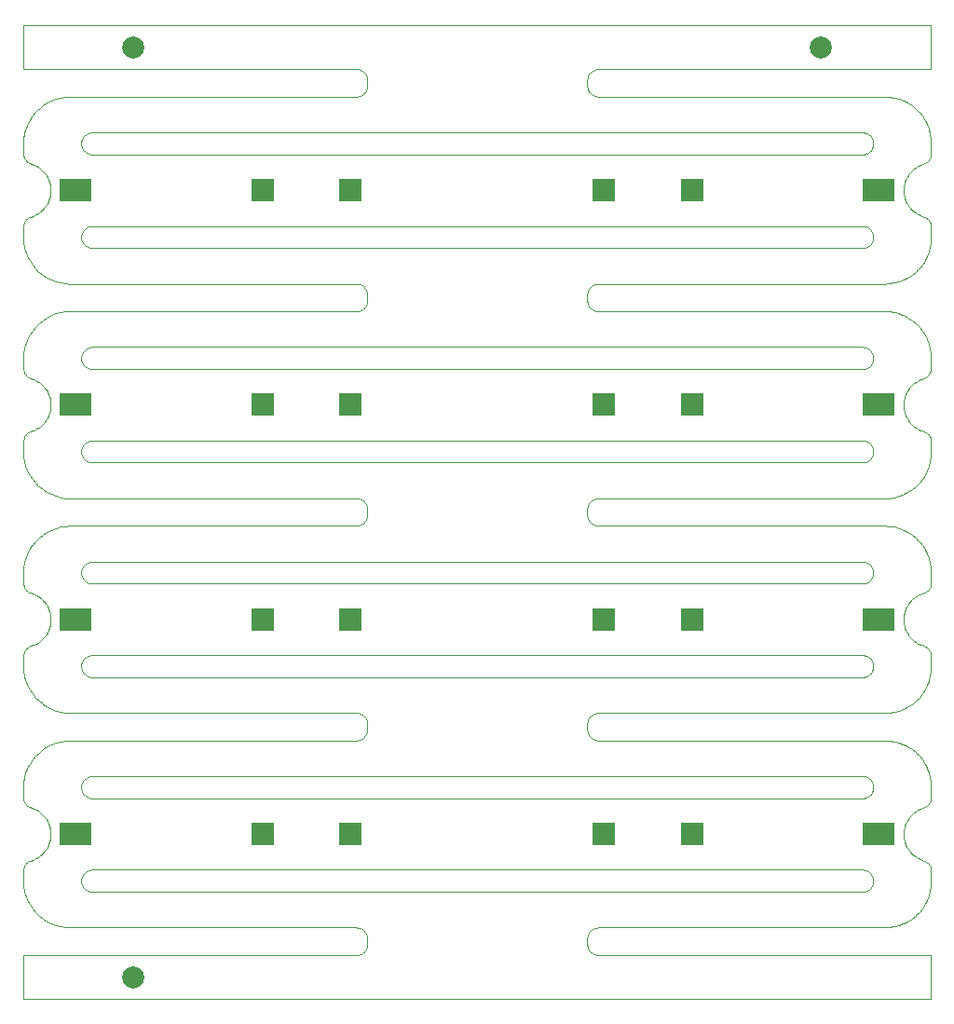
<source format=gbr>
G04 #@! TF.GenerationSoftware,KiCad,Pcbnew,5.1.5+dfsg1-2build2*
G04 #@! TF.CreationDate,2021-10-10T04:01:31+00:00*
G04 #@! TF.ProjectId,base_3.5,62617365-5f33-42e3-952e-6b696361645f,rev?*
G04 #@! TF.SameCoordinates,Original*
G04 #@! TF.FileFunction,Soldermask,Bot*
G04 #@! TF.FilePolarity,Negative*
%FSLAX46Y46*%
G04 Gerber Fmt 4.6, Leading zero omitted, Abs format (unit mm)*
G04 Created by KiCad (PCBNEW 5.1.5+dfsg1-2build2) date 2021-10-10 04:01:31*
%MOMM*%
%LPD*%
G04 APERTURE LIST*
G04 #@! TA.AperFunction,Profile*
%ADD10C,0.100000*%
G04 #@! TD*
%ADD11C,2.000000*%
%ADD12R,2.000000X2.000000*%
%ADD13R,3.000000X2.000000*%
G04 APERTURE END LIST*
D10*
X126499900Y-102715900D02*
X126401100Y-102736200D01*
X126596400Y-102685700D02*
X126499900Y-102715900D01*
X126689300Y-102645900D02*
X126596400Y-102685700D01*
X126777600Y-102596800D02*
X126689300Y-102645900D01*
X126860800Y-102538900D02*
X126777600Y-102596800D01*
X126937500Y-102473100D02*
X126860800Y-102538900D01*
X127007100Y-102399800D02*
X126937500Y-102473100D01*
X127069000Y-102319900D02*
X127007100Y-102399800D01*
X127122400Y-102234100D02*
X127069000Y-102319900D01*
X127166900Y-102143400D02*
X127122400Y-102234100D01*
X127202000Y-102048600D02*
X127166900Y-102143400D01*
X127227300Y-101950700D02*
X127202000Y-102048600D01*
X127242600Y-101850800D02*
X127227300Y-101950700D01*
X127247700Y-101749900D02*
X127242600Y-101850800D01*
X127242600Y-101649200D02*
X127247700Y-101749900D01*
X127227300Y-101549300D02*
X127242600Y-101649200D01*
X127202000Y-101451500D02*
X127227300Y-101549300D01*
X127166900Y-101356700D02*
X127202000Y-101451500D01*
X127122400Y-101266000D02*
X127166900Y-101356700D01*
X127069000Y-101180200D02*
X127122400Y-101266000D01*
X127007100Y-101100300D02*
X127069000Y-101180200D01*
X126937300Y-101026800D02*
X127007100Y-101100300D01*
X126860600Y-100961000D02*
X126937300Y-101026800D01*
X126777600Y-100903300D02*
X126860600Y-100961000D01*
X126689300Y-100854200D02*
X126777600Y-100903300D01*
X126596600Y-100814500D02*
X126689300Y-100854200D01*
X126500200Y-100784200D02*
X126596600Y-100814500D01*
X126401200Y-100763800D02*
X126500200Y-100784200D01*
X126300700Y-100753600D02*
X126401200Y-100763800D01*
X126224800Y-100751000D02*
X126300700Y-100753600D01*
X56275400Y-100751000D02*
X126224800Y-100751000D01*
X56199200Y-100753600D02*
X56275400Y-100751000D01*
X56098800Y-100763800D02*
X56199200Y-100753600D01*
X55999800Y-100784200D02*
X56098800Y-100763800D01*
X55903400Y-100814500D02*
X55999800Y-100784200D01*
X55810500Y-100854300D02*
X55903400Y-100814500D01*
X55722100Y-100903400D02*
X55810500Y-100854300D01*
X55639200Y-100961100D02*
X55722100Y-100903400D01*
X55562500Y-101027000D02*
X55639200Y-100961100D01*
X55492900Y-101100300D02*
X55562500Y-101027000D01*
X55431000Y-101180200D02*
X55492900Y-101100300D01*
X55377600Y-101266000D02*
X55431000Y-101180200D01*
X55333100Y-101356700D02*
X55377600Y-101266000D01*
X55298100Y-101451200D02*
X55333100Y-101356700D01*
X55272700Y-101549100D02*
X55298100Y-101451200D01*
X55257400Y-101649000D02*
X55272700Y-101549100D01*
X55252300Y-101749900D02*
X55257400Y-101649000D01*
X55257400Y-101850800D02*
X55252300Y-101749900D01*
X55272700Y-101950700D02*
X55257400Y-101850800D01*
X55298000Y-102048600D02*
X55272700Y-101950700D01*
X55333100Y-102143400D02*
X55298000Y-102048600D01*
X55377600Y-102234100D02*
X55333100Y-102143400D01*
X55431000Y-102319900D02*
X55377600Y-102234100D01*
X55492900Y-102399800D02*
X55431000Y-102319900D01*
X55562500Y-102473100D02*
X55492900Y-102399800D01*
X55639200Y-102538900D02*
X55562500Y-102473100D01*
X55722100Y-102596700D02*
X55639200Y-102538900D01*
X55810500Y-102645700D02*
X55722100Y-102596700D01*
X55903400Y-102685600D02*
X55810500Y-102645700D01*
X55999800Y-102715900D02*
X55903400Y-102685600D01*
X56098800Y-102736200D02*
X55999800Y-102715900D01*
X56199300Y-102746500D02*
X56098800Y-102736200D01*
X56275200Y-102749000D02*
X56199300Y-102746500D01*
X126224900Y-102749000D02*
X56275200Y-102749000D01*
X126300500Y-102746500D02*
X126224900Y-102749000D01*
X126401100Y-102736200D02*
X126300500Y-102746500D01*
X126499900Y-94215900D02*
X126401100Y-94236200D01*
X126596400Y-94185700D02*
X126499900Y-94215900D01*
X126689300Y-94145900D02*
X126596400Y-94185700D01*
X126777600Y-94096800D02*
X126689300Y-94145900D01*
X126860800Y-94038900D02*
X126777600Y-94096800D01*
X126937500Y-93973100D02*
X126860800Y-94038900D01*
X127007100Y-93899800D02*
X126937500Y-93973100D01*
X127069000Y-93819900D02*
X127007100Y-93899800D01*
X127122400Y-93734100D02*
X127069000Y-93819900D01*
X127166900Y-93643400D02*
X127122400Y-93734100D01*
X127202000Y-93548600D02*
X127166900Y-93643400D01*
X127227300Y-93450700D02*
X127202000Y-93548600D01*
X127242600Y-93350800D02*
X127227300Y-93450700D01*
X127247700Y-93249900D02*
X127242600Y-93350800D01*
X127242600Y-93149200D02*
X127247700Y-93249900D01*
X127227300Y-93049300D02*
X127242600Y-93149200D01*
X127202000Y-92951500D02*
X127227300Y-93049300D01*
X127166900Y-92856700D02*
X127202000Y-92951500D01*
X127122400Y-92766000D02*
X127166900Y-92856700D01*
X127069000Y-92680200D02*
X127122400Y-92766000D01*
X127007100Y-92600300D02*
X127069000Y-92680200D01*
X126937300Y-92526800D02*
X127007100Y-92600300D01*
X126860600Y-92461000D02*
X126937300Y-92526800D01*
X126777600Y-92403300D02*
X126860600Y-92461000D01*
X126689300Y-92354200D02*
X126777600Y-92403300D01*
X126596600Y-92314500D02*
X126689300Y-92354200D01*
X126500200Y-92284200D02*
X126596600Y-92314500D01*
X126401200Y-92263800D02*
X126500200Y-92284200D01*
X126300700Y-92253600D02*
X126401200Y-92263800D01*
X126224800Y-92251000D02*
X126300700Y-92253600D01*
X56275400Y-92251000D02*
X126224800Y-92251000D01*
X56199200Y-92253600D02*
X56275400Y-92251000D01*
X56098800Y-92263800D02*
X56199200Y-92253600D01*
X55999800Y-92284200D02*
X56098800Y-92263800D01*
X55903400Y-92314500D02*
X55999800Y-92284200D01*
X55810500Y-92354300D02*
X55903400Y-92314500D01*
X55722100Y-92403400D02*
X55810500Y-92354300D01*
X55639200Y-92461100D02*
X55722100Y-92403400D01*
X55562500Y-92527000D02*
X55639200Y-92461100D01*
X55492900Y-92600300D02*
X55562500Y-92527000D01*
X55431000Y-92680200D02*
X55492900Y-92600300D01*
X55377600Y-92766000D02*
X55431000Y-92680200D01*
X55333100Y-92856700D02*
X55377600Y-92766000D01*
X55298100Y-92951200D02*
X55333100Y-92856700D01*
X55272700Y-93049100D02*
X55298100Y-92951200D01*
X55257400Y-93149000D02*
X55272700Y-93049100D01*
X55252300Y-93249900D02*
X55257400Y-93149000D01*
X55257400Y-93350800D02*
X55252300Y-93249900D01*
X55272700Y-93450700D02*
X55257400Y-93350800D01*
X55298000Y-93548600D02*
X55272700Y-93450700D01*
X55333100Y-93643400D02*
X55298000Y-93548600D01*
X55377600Y-93734100D02*
X55333100Y-93643400D01*
X55431000Y-93819900D02*
X55377600Y-93734100D01*
X55492900Y-93899800D02*
X55431000Y-93819900D01*
X55562500Y-93973100D02*
X55492900Y-93899800D01*
X55639200Y-94038900D02*
X55562500Y-93973100D01*
X55722100Y-94096700D02*
X55639200Y-94038900D01*
X55810500Y-94145700D02*
X55722100Y-94096700D01*
X55903400Y-94185600D02*
X55810500Y-94145700D01*
X55999800Y-94215900D02*
X55903400Y-94185600D01*
X56098800Y-94236200D02*
X55999800Y-94215900D01*
X56199300Y-94246500D02*
X56098800Y-94236200D01*
X56275200Y-94249000D02*
X56199300Y-94246500D01*
X126224900Y-94249000D02*
X56275200Y-94249000D01*
X126300500Y-94246500D02*
X126224900Y-94249000D01*
X126401100Y-94236200D02*
X126300500Y-94246500D01*
X126499900Y-83215900D02*
X126401000Y-83236200D01*
X126596400Y-83185700D02*
X126499900Y-83215900D01*
X126689300Y-83145800D02*
X126596400Y-83185700D01*
X126777600Y-83096800D02*
X126689300Y-83145800D01*
X126860800Y-83038900D02*
X126777600Y-83096800D01*
X126937500Y-82973100D02*
X126860800Y-83038900D01*
X127007100Y-82899800D02*
X126937500Y-82973100D01*
X127069000Y-82819900D02*
X127007100Y-82899800D01*
X127122400Y-82734100D02*
X127069000Y-82819900D01*
X127166900Y-82643300D02*
X127122400Y-82734100D01*
X127202000Y-82548600D02*
X127166900Y-82643300D01*
X127227300Y-82450700D02*
X127202000Y-82548600D01*
X127242600Y-82350800D02*
X127227300Y-82450700D01*
X127247700Y-82249900D02*
X127242600Y-82350800D01*
X127242600Y-82149200D02*
X127247700Y-82249900D01*
X127227300Y-82049300D02*
X127242600Y-82149200D01*
X127202000Y-81951500D02*
X127227300Y-82049300D01*
X127166900Y-81856700D02*
X127202000Y-81951500D01*
X127122400Y-81765900D02*
X127166900Y-81856700D01*
X127069000Y-81680200D02*
X127122400Y-81765900D01*
X127007100Y-81600200D02*
X127069000Y-81680200D01*
X126937300Y-81526800D02*
X127007100Y-81600200D01*
X126860600Y-81461000D02*
X126937300Y-81526800D01*
X126777600Y-81403200D02*
X126860600Y-81461000D01*
X126689300Y-81354200D02*
X126777600Y-81403200D01*
X126596600Y-81314500D02*
X126689300Y-81354200D01*
X126500200Y-81284200D02*
X126596600Y-81314500D01*
X126401200Y-81263800D02*
X126500200Y-81284200D01*
X126300700Y-81253600D02*
X126401200Y-81263800D01*
X126224800Y-81251000D02*
X126300700Y-81253600D01*
X56275300Y-81251000D02*
X126224800Y-81251000D01*
X56199200Y-81253600D02*
X56275300Y-81251000D01*
X56098800Y-81263800D02*
X56199200Y-81253600D01*
X55999800Y-81284200D02*
X56098800Y-81263800D01*
X55903400Y-81314500D02*
X55999800Y-81284200D01*
X55810500Y-81354300D02*
X55903400Y-81314500D01*
X55722100Y-81403400D02*
X55810500Y-81354300D01*
X55639200Y-81461100D02*
X55722100Y-81403400D01*
X55562500Y-81527000D02*
X55639200Y-81461100D01*
X55492900Y-81600200D02*
X55562500Y-81527000D01*
X55431000Y-81680200D02*
X55492900Y-81600200D01*
X55377600Y-81765900D02*
X55431000Y-81680200D01*
X55333100Y-81856700D02*
X55377600Y-81765900D01*
X55298100Y-81951200D02*
X55333100Y-81856700D01*
X55272700Y-82049000D02*
X55298100Y-81951200D01*
X55257400Y-82148900D02*
X55272700Y-82049000D01*
X55252300Y-82249900D02*
X55257400Y-82148900D01*
X55257400Y-82350800D02*
X55252300Y-82249900D01*
X55272700Y-82450700D02*
X55257400Y-82350800D01*
X55298000Y-82548600D02*
X55272700Y-82450700D01*
X55333100Y-82643300D02*
X55298000Y-82548600D01*
X55377600Y-82734100D02*
X55333100Y-82643300D01*
X55431000Y-82819900D02*
X55377600Y-82734100D01*
X55492900Y-82899800D02*
X55431000Y-82819900D01*
X55562500Y-82973100D02*
X55492900Y-82899800D01*
X55639200Y-83038900D02*
X55562500Y-82973100D01*
X55722100Y-83096700D02*
X55639200Y-83038900D01*
X55810500Y-83145700D02*
X55722100Y-83096700D01*
X55903400Y-83185600D02*
X55810500Y-83145700D01*
X55999800Y-83215800D02*
X55903400Y-83185600D01*
X56098800Y-83236200D02*
X55999800Y-83215800D01*
X56199300Y-83246400D02*
X56098800Y-83236200D01*
X56275200Y-83249000D02*
X56199300Y-83246400D01*
X126224800Y-83249000D02*
X56275200Y-83249000D01*
X126300600Y-83246400D02*
X126224800Y-83249000D01*
X126401000Y-83236200D02*
X126300600Y-83246400D01*
X126499900Y-74715900D02*
X126401000Y-74736200D01*
X126596400Y-74685700D02*
X126499900Y-74715900D01*
X126689300Y-74645800D02*
X126596400Y-74685700D01*
X126777600Y-74596800D02*
X126689300Y-74645800D01*
X126860800Y-74538900D02*
X126777600Y-74596800D01*
X126937500Y-74473100D02*
X126860800Y-74538900D01*
X127007100Y-74399800D02*
X126937500Y-74473100D01*
X127069000Y-74319900D02*
X127007100Y-74399800D01*
X127122400Y-74234100D02*
X127069000Y-74319900D01*
X127166900Y-74143300D02*
X127122400Y-74234100D01*
X127202000Y-74048600D02*
X127166900Y-74143300D01*
X127227300Y-73950700D02*
X127202000Y-74048600D01*
X127242600Y-73850800D02*
X127227300Y-73950700D01*
X127247700Y-73749900D02*
X127242600Y-73850800D01*
X127242600Y-73649200D02*
X127247700Y-73749900D01*
X127227300Y-73549300D02*
X127242600Y-73649200D01*
X127202000Y-73451500D02*
X127227300Y-73549300D01*
X127166900Y-73356700D02*
X127202000Y-73451500D01*
X127122400Y-73265900D02*
X127166900Y-73356700D01*
X127069000Y-73180200D02*
X127122400Y-73265900D01*
X127007100Y-73100200D02*
X127069000Y-73180200D01*
X126937300Y-73026800D02*
X127007100Y-73100200D01*
X126860600Y-72961000D02*
X126937300Y-73026800D01*
X126777600Y-72903200D02*
X126860600Y-72961000D01*
X126689300Y-72854200D02*
X126777600Y-72903200D01*
X126596600Y-72814500D02*
X126689300Y-72854200D01*
X126500200Y-72784200D02*
X126596600Y-72814500D01*
X126401200Y-72763800D02*
X126500200Y-72784200D01*
X126300700Y-72753600D02*
X126401200Y-72763800D01*
X126224800Y-72751000D02*
X126300700Y-72753600D01*
X56275300Y-72751000D02*
X126224800Y-72751000D01*
X56199200Y-72753600D02*
X56275300Y-72751000D01*
X56098800Y-72763800D02*
X56199200Y-72753600D01*
X55999800Y-72784200D02*
X56098800Y-72763800D01*
X55903400Y-72814500D02*
X55999800Y-72784200D01*
X55810500Y-72854300D02*
X55903400Y-72814500D01*
X55722100Y-72903400D02*
X55810500Y-72854300D01*
X55639200Y-72961100D02*
X55722100Y-72903400D01*
X55562500Y-73027000D02*
X55639200Y-72961100D01*
X55492900Y-73100200D02*
X55562500Y-73027000D01*
X55431000Y-73180200D02*
X55492900Y-73100200D01*
X55377600Y-73265900D02*
X55431000Y-73180200D01*
X55333100Y-73356700D02*
X55377600Y-73265900D01*
X55298100Y-73451200D02*
X55333100Y-73356700D01*
X55272700Y-73549000D02*
X55298100Y-73451200D01*
X55257400Y-73648900D02*
X55272700Y-73549000D01*
X55252300Y-73749900D02*
X55257400Y-73648900D01*
X55257400Y-73850800D02*
X55252300Y-73749900D01*
X55272700Y-73950700D02*
X55257400Y-73850800D01*
X55298000Y-74048600D02*
X55272700Y-73950700D01*
X55333100Y-74143300D02*
X55298000Y-74048600D01*
X55377600Y-74234100D02*
X55333100Y-74143300D01*
X55431000Y-74319900D02*
X55377600Y-74234100D01*
X55492900Y-74399800D02*
X55431000Y-74319900D01*
X55562500Y-74473100D02*
X55492900Y-74399800D01*
X55639200Y-74538900D02*
X55562500Y-74473100D01*
X55722100Y-74596700D02*
X55639200Y-74538900D01*
X55810500Y-74645700D02*
X55722100Y-74596700D01*
X55903400Y-74685600D02*
X55810500Y-74645700D01*
X55999800Y-74715800D02*
X55903400Y-74685600D01*
X56098800Y-74736200D02*
X55999800Y-74715800D01*
X56199300Y-74746400D02*
X56098800Y-74736200D01*
X56275200Y-74749000D02*
X56199300Y-74746400D01*
X126224800Y-74749000D02*
X56275200Y-74749000D01*
X126300600Y-74746400D02*
X126224800Y-74749000D01*
X126401000Y-74736200D02*
X126300600Y-74746400D01*
X126499900Y-63715900D02*
X126401000Y-63736200D01*
X126596400Y-63685700D02*
X126499900Y-63715900D01*
X126689300Y-63645800D02*
X126596400Y-63685700D01*
X126777600Y-63596800D02*
X126689300Y-63645800D01*
X126860600Y-63539100D02*
X126777600Y-63596800D01*
X126937300Y-63473200D02*
X126860600Y-63539100D01*
X127007100Y-63399800D02*
X126937300Y-63473200D01*
X127069000Y-63319900D02*
X127007100Y-63399800D01*
X127122300Y-63234300D02*
X127069000Y-63319900D01*
X127166800Y-63143600D02*
X127122300Y-63234300D01*
X127201900Y-63048800D02*
X127166800Y-63143600D01*
X127227300Y-62951000D02*
X127201900Y-63048800D01*
X127242600Y-62851100D02*
X127227300Y-62951000D01*
X127247700Y-62750100D02*
X127242600Y-62851100D01*
X127242600Y-62649200D02*
X127247700Y-62750100D01*
X127227300Y-62549300D02*
X127242600Y-62649200D01*
X127202000Y-62451500D02*
X127227300Y-62549300D01*
X127166900Y-62356700D02*
X127202000Y-62451500D01*
X127122400Y-62265900D02*
X127166900Y-62356700D01*
X127069000Y-62180200D02*
X127122400Y-62265900D01*
X127007100Y-62100200D02*
X127069000Y-62180200D01*
X126937300Y-62026800D02*
X127007100Y-62100200D01*
X126860600Y-61960900D02*
X126937300Y-62026800D01*
X126777900Y-61903400D02*
X126860600Y-61960900D01*
X126689500Y-61854300D02*
X126777900Y-61903400D01*
X126596600Y-61814400D02*
X126689500Y-61854300D01*
X126500200Y-61784200D02*
X126596600Y-61814400D01*
X126401200Y-61763800D02*
X126500200Y-61784200D01*
X126300700Y-61753600D02*
X126401200Y-61763800D01*
X126224800Y-61751000D02*
X126300700Y-61753600D01*
X56275200Y-61751000D02*
X126224800Y-61751000D01*
X56199300Y-61753600D02*
X56275200Y-61751000D01*
X56098800Y-61763800D02*
X56199300Y-61753600D01*
X55999800Y-61784200D02*
X56098800Y-61763800D01*
X55903400Y-61814400D02*
X55999800Y-61784200D01*
X55810500Y-61854300D02*
X55903400Y-61814400D01*
X55722100Y-61903400D02*
X55810500Y-61854300D01*
X55639200Y-61961100D02*
X55722100Y-61903400D01*
X55562500Y-62027000D02*
X55639200Y-61961100D01*
X55492900Y-62100200D02*
X55562500Y-62027000D01*
X55431000Y-62180200D02*
X55492900Y-62100200D01*
X55377600Y-62265900D02*
X55431000Y-62180200D01*
X55333100Y-62356700D02*
X55377600Y-62265900D01*
X55298000Y-62451500D02*
X55333100Y-62356700D01*
X55272700Y-62549000D02*
X55298000Y-62451500D01*
X55257400Y-62648900D02*
X55272700Y-62549000D01*
X55252300Y-62749900D02*
X55257400Y-62648900D01*
X55257400Y-62850800D02*
X55252300Y-62749900D01*
X55272700Y-62950700D02*
X55257400Y-62850800D01*
X55298000Y-63048500D02*
X55272700Y-62950700D01*
X55333100Y-63143300D02*
X55298000Y-63048500D01*
X55377600Y-63234100D02*
X55333100Y-63143300D01*
X55431000Y-63319900D02*
X55377600Y-63234100D01*
X55492900Y-63399800D02*
X55431000Y-63319900D01*
X55562500Y-63473000D02*
X55492900Y-63399800D01*
X55639200Y-63538900D02*
X55562500Y-63473000D01*
X55722100Y-63596600D02*
X55639200Y-63538900D01*
X55810500Y-63645700D02*
X55722100Y-63596600D01*
X55903400Y-63685600D02*
X55810500Y-63645700D01*
X55999800Y-63715800D02*
X55903400Y-63685600D01*
X56098800Y-63736200D02*
X55999800Y-63715800D01*
X56199300Y-63746400D02*
X56098800Y-63736200D01*
X56275200Y-63749000D02*
X56199300Y-63746400D01*
X126224800Y-63749000D02*
X56275200Y-63749000D01*
X126300700Y-63746400D02*
X126224800Y-63749000D01*
X126401000Y-63736200D02*
X126300700Y-63746400D01*
X126499900Y-55215900D02*
X126401000Y-55236200D01*
X126596400Y-55185700D02*
X126499900Y-55215900D01*
X126689300Y-55145800D02*
X126596400Y-55185700D01*
X126777600Y-55096800D02*
X126689300Y-55145800D01*
X126860600Y-55039100D02*
X126777600Y-55096800D01*
X126937300Y-54973200D02*
X126860600Y-55039100D01*
X127007100Y-54899800D02*
X126937300Y-54973200D01*
X127069000Y-54819900D02*
X127007100Y-54899800D01*
X127122300Y-54734300D02*
X127069000Y-54819900D01*
X127166800Y-54643600D02*
X127122300Y-54734300D01*
X127201900Y-54548800D02*
X127166800Y-54643600D01*
X127227300Y-54451000D02*
X127201900Y-54548800D01*
X127242600Y-54351100D02*
X127227300Y-54451000D01*
X127247700Y-54250100D02*
X127242600Y-54351100D01*
X127242600Y-54149200D02*
X127247700Y-54250100D01*
X127227300Y-54049300D02*
X127242600Y-54149200D01*
X127202000Y-53951500D02*
X127227300Y-54049300D01*
X127166900Y-53856700D02*
X127202000Y-53951500D01*
X127122400Y-53765900D02*
X127166900Y-53856700D01*
X127069000Y-53680200D02*
X127122400Y-53765900D01*
X127007100Y-53600200D02*
X127069000Y-53680200D01*
X126937300Y-53526800D02*
X127007100Y-53600200D01*
X126860600Y-53460900D02*
X126937300Y-53526800D01*
X126777900Y-53403400D02*
X126860600Y-53460900D01*
X126689500Y-53354300D02*
X126777900Y-53403400D01*
X126596600Y-53314400D02*
X126689500Y-53354300D01*
X126500200Y-53284200D02*
X126596600Y-53314400D01*
X126401200Y-53263800D02*
X126500200Y-53284200D01*
X126300700Y-53253600D02*
X126401200Y-53263800D01*
X126224800Y-53251000D02*
X126300700Y-53253600D01*
X56275200Y-53251000D02*
X126224800Y-53251000D01*
X56199300Y-53253600D02*
X56275200Y-53251000D01*
X56098800Y-53263800D02*
X56199300Y-53253600D01*
X55999800Y-53284200D02*
X56098800Y-53263800D01*
X55903400Y-53314400D02*
X55999800Y-53284200D01*
X55810500Y-53354300D02*
X55903400Y-53314400D01*
X55722100Y-53403400D02*
X55810500Y-53354300D01*
X55639200Y-53461100D02*
X55722100Y-53403400D01*
X55562500Y-53527000D02*
X55639200Y-53461100D01*
X55492900Y-53600200D02*
X55562500Y-53527000D01*
X55431000Y-53680200D02*
X55492900Y-53600200D01*
X55377600Y-53765900D02*
X55431000Y-53680200D01*
X55333100Y-53856700D02*
X55377600Y-53765900D01*
X55298000Y-53951500D02*
X55333100Y-53856700D01*
X55272700Y-54049000D02*
X55298000Y-53951500D01*
X55257400Y-54148900D02*
X55272700Y-54049000D01*
X55252300Y-54249900D02*
X55257400Y-54148900D01*
X55257400Y-54350800D02*
X55252300Y-54249900D01*
X55272700Y-54450700D02*
X55257400Y-54350800D01*
X55298000Y-54548500D02*
X55272700Y-54450700D01*
X55333100Y-54643300D02*
X55298000Y-54548500D01*
X55377600Y-54734100D02*
X55333100Y-54643300D01*
X55431000Y-54819900D02*
X55377600Y-54734100D01*
X55492900Y-54899800D02*
X55431000Y-54819900D01*
X55562500Y-54973000D02*
X55492900Y-54899800D01*
X55639200Y-55038900D02*
X55562500Y-54973000D01*
X55722100Y-55096600D02*
X55639200Y-55038900D01*
X55810500Y-55145700D02*
X55722100Y-55096600D01*
X55903400Y-55185600D02*
X55810500Y-55145700D01*
X55999800Y-55215800D02*
X55903400Y-55185600D01*
X56098800Y-55236200D02*
X55999800Y-55215800D01*
X56199300Y-55246400D02*
X56098800Y-55236200D01*
X56275200Y-55249000D02*
X56199300Y-55246400D01*
X126224800Y-55249000D02*
X56275200Y-55249000D01*
X126300700Y-55246400D02*
X126224800Y-55249000D01*
X126401000Y-55236200D02*
X126300700Y-55246400D01*
X126500200Y-122215900D02*
X126400700Y-122236300D01*
X126596600Y-122185600D02*
X126500200Y-122215900D01*
X126689500Y-122145700D02*
X126596600Y-122185600D01*
X126777900Y-122096700D02*
X126689500Y-122145700D01*
X126860800Y-122038900D02*
X126777900Y-122096700D01*
X126937500Y-121973100D02*
X126860800Y-122038900D01*
X127007100Y-121899800D02*
X126937500Y-121973100D01*
X127069000Y-121819900D02*
X127007100Y-121899800D01*
X127122400Y-121734100D02*
X127069000Y-121819900D01*
X127166900Y-121643400D02*
X127122400Y-121734100D01*
X127202000Y-121548600D02*
X127166900Y-121643400D01*
X127227300Y-121450800D02*
X127202000Y-121548600D01*
X127242600Y-121350900D02*
X127227300Y-121450800D01*
X127247700Y-121249900D02*
X127242600Y-121350900D01*
X127242600Y-121149300D02*
X127247700Y-121249900D01*
X127227300Y-121049300D02*
X127242600Y-121149300D01*
X127202000Y-120951500D02*
X127227300Y-121049300D01*
X127166900Y-120856700D02*
X127202000Y-120951500D01*
X127122400Y-120766000D02*
X127166900Y-120856700D01*
X127069000Y-120680200D02*
X127122400Y-120766000D01*
X127007100Y-120600300D02*
X127069000Y-120680200D01*
X126937300Y-120526800D02*
X127007100Y-120600300D01*
X126860600Y-120461000D02*
X126937300Y-120526800D01*
X126777600Y-120403300D02*
X126860600Y-120461000D01*
X126689300Y-120354200D02*
X126777600Y-120403300D01*
X126596600Y-120314500D02*
X126689300Y-120354200D01*
X126500200Y-120284200D02*
X126596600Y-120314500D01*
X126401200Y-120263900D02*
X126500200Y-120284200D01*
X126300700Y-120253600D02*
X126401200Y-120263900D01*
X126224800Y-120251100D02*
X126300700Y-120253600D01*
X56275000Y-120251100D02*
X126224800Y-120251100D01*
X56199600Y-120253600D02*
X56275000Y-120251100D01*
X56098800Y-120263900D02*
X56199600Y-120253600D01*
X55999800Y-120284200D02*
X56098800Y-120263900D01*
X55903400Y-120314500D02*
X55999800Y-120284200D01*
X55810500Y-120354400D02*
X55903400Y-120314500D01*
X55722100Y-120403400D02*
X55810500Y-120354400D01*
X55639200Y-120461200D02*
X55722100Y-120403400D01*
X55562500Y-120527000D02*
X55639200Y-120461200D01*
X55492900Y-120600300D02*
X55562500Y-120527000D01*
X55431000Y-120680200D02*
X55492900Y-120600300D01*
X55377600Y-120766000D02*
X55431000Y-120680200D01*
X55333100Y-120856700D02*
X55377600Y-120766000D01*
X55298100Y-120951200D02*
X55333100Y-120856700D01*
X55272700Y-121049100D02*
X55298100Y-120951200D01*
X55257400Y-121149000D02*
X55272700Y-121049100D01*
X55252300Y-121249900D02*
X55257400Y-121149000D01*
X55257400Y-121350900D02*
X55252300Y-121249900D01*
X55272700Y-121450800D02*
X55257400Y-121350900D01*
X55298000Y-121548600D02*
X55272700Y-121450800D01*
X55333100Y-121643400D02*
X55298000Y-121548600D01*
X55377600Y-121734100D02*
X55333100Y-121643400D01*
X55431000Y-121819900D02*
X55377600Y-121734100D01*
X55492900Y-121899800D02*
X55431000Y-121819900D01*
X55562500Y-121973100D02*
X55492900Y-121899800D01*
X55639200Y-122038900D02*
X55562500Y-121973100D01*
X55722100Y-122096700D02*
X55639200Y-122038900D01*
X55810500Y-122145700D02*
X55722100Y-122096700D01*
X55903400Y-122185600D02*
X55810500Y-122145700D01*
X55999800Y-122215900D02*
X55903400Y-122185600D01*
X56098800Y-122236200D02*
X55999800Y-122215900D01*
X56199300Y-122246500D02*
X56098800Y-122236200D01*
X56275200Y-122249100D02*
X56199300Y-122246500D01*
X126224500Y-122249100D02*
X56275200Y-122249100D01*
X126300900Y-122246500D02*
X126224500Y-122249100D01*
X126400700Y-122236300D02*
X126300900Y-122246500D01*
X126500200Y-113715900D02*
X126400700Y-113736300D01*
X126596600Y-113685600D02*
X126500200Y-113715900D01*
X126689500Y-113645700D02*
X126596600Y-113685600D01*
X126777900Y-113596700D02*
X126689500Y-113645700D01*
X126860800Y-113538900D02*
X126777900Y-113596700D01*
X126937500Y-113473100D02*
X126860800Y-113538900D01*
X127007100Y-113399800D02*
X126937500Y-113473100D01*
X127069000Y-113319900D02*
X127007100Y-113399800D01*
X127122400Y-113234100D02*
X127069000Y-113319900D01*
X127166900Y-113143400D02*
X127122400Y-113234100D01*
X127202000Y-113048600D02*
X127166900Y-113143400D01*
X127227300Y-112950800D02*
X127202000Y-113048600D01*
X127242600Y-112850900D02*
X127227300Y-112950800D01*
X127247700Y-112749900D02*
X127242600Y-112850900D01*
X127242600Y-112649300D02*
X127247700Y-112749900D01*
X127227300Y-112549300D02*
X127242600Y-112649300D01*
X127202000Y-112451500D02*
X127227300Y-112549300D01*
X127166900Y-112356700D02*
X127202000Y-112451500D01*
X127122400Y-112266000D02*
X127166900Y-112356700D01*
X127069000Y-112180200D02*
X127122400Y-112266000D01*
X127007100Y-112100300D02*
X127069000Y-112180200D01*
X126937300Y-112026800D02*
X127007100Y-112100300D01*
X126860600Y-111961000D02*
X126937300Y-112026800D01*
X126777600Y-111903300D02*
X126860600Y-111961000D01*
X126689300Y-111854200D02*
X126777600Y-111903300D01*
X126596600Y-111814500D02*
X126689300Y-111854200D01*
X126500200Y-111784200D02*
X126596600Y-111814500D01*
X126401200Y-111763900D02*
X126500200Y-111784200D01*
X126300700Y-111753600D02*
X126401200Y-111763900D01*
X126224800Y-111751100D02*
X126300700Y-111753600D01*
X56275000Y-111751100D02*
X126224800Y-111751100D01*
X56199600Y-111753600D02*
X56275000Y-111751100D01*
X56098800Y-111763900D02*
X56199600Y-111753600D01*
X55999800Y-111784200D02*
X56098800Y-111763900D01*
X55903400Y-111814500D02*
X55999800Y-111784200D01*
X55810500Y-111854400D02*
X55903400Y-111814500D01*
X55722100Y-111903400D02*
X55810500Y-111854400D01*
X55639200Y-111961200D02*
X55722100Y-111903400D01*
X55562500Y-112027000D02*
X55639200Y-111961200D01*
X55492900Y-112100300D02*
X55562500Y-112027000D01*
X55431000Y-112180200D02*
X55492900Y-112100300D01*
X55377600Y-112266000D02*
X55431000Y-112180200D01*
X55333100Y-112356700D02*
X55377600Y-112266000D01*
X55298100Y-112451200D02*
X55333100Y-112356700D01*
X55272700Y-112549100D02*
X55298100Y-112451200D01*
X55257400Y-112649000D02*
X55272700Y-112549100D01*
X55252300Y-112749900D02*
X55257400Y-112649000D01*
X55257400Y-112850900D02*
X55252300Y-112749900D01*
X55272700Y-112950800D02*
X55257400Y-112850900D01*
X55298000Y-113048600D02*
X55272700Y-112950800D01*
X55333100Y-113143400D02*
X55298000Y-113048600D01*
X55377600Y-113234100D02*
X55333100Y-113143400D01*
X55431000Y-113319900D02*
X55377600Y-113234100D01*
X55492900Y-113399800D02*
X55431000Y-113319900D01*
X55562500Y-113473100D02*
X55492900Y-113399800D01*
X55639200Y-113538900D02*
X55562500Y-113473100D01*
X55722100Y-113596700D02*
X55639200Y-113538900D01*
X55810500Y-113645700D02*
X55722100Y-113596700D01*
X55903400Y-113685600D02*
X55810500Y-113645700D01*
X55999800Y-113715900D02*
X55903400Y-113685600D01*
X56098800Y-113736200D02*
X55999800Y-113715900D01*
X56199300Y-113746500D02*
X56098800Y-113736200D01*
X56275200Y-113749100D02*
X56199300Y-113746500D01*
X126224500Y-113749100D02*
X56275200Y-113749100D01*
X126300900Y-113746500D02*
X126224500Y-113749100D01*
X126400700Y-113736300D02*
X126300900Y-113746500D01*
X132476500Y-43499000D02*
X50009200Y-43499700D01*
X132491800Y-43499800D02*
X132476500Y-43499000D01*
X132497700Y-43503000D02*
X132491800Y-43499800D01*
X132500200Y-43508200D02*
X132497700Y-43503000D01*
X132501000Y-43523500D02*
X132500200Y-43508200D01*
X132501000Y-47475500D02*
X132501000Y-43523500D01*
X132499700Y-47492700D02*
X132501000Y-47475500D01*
X132496300Y-47497400D02*
X132499700Y-47492700D01*
X132491800Y-47499200D02*
X132496300Y-47497400D01*
X102241300Y-47500000D02*
X132491800Y-47499200D01*
X102144000Y-47504800D02*
X102241300Y-47500000D01*
X102047900Y-47519000D02*
X102144000Y-47504800D01*
X101953600Y-47542600D02*
X102047900Y-47519000D01*
X101862200Y-47575400D02*
X101953600Y-47542600D01*
X101774300Y-47616900D02*
X101862200Y-47575400D01*
X101691000Y-47666900D02*
X101774300Y-47616900D01*
X101613000Y-47724700D02*
X101691000Y-47666900D01*
X101541000Y-47790000D02*
X101613000Y-47724700D01*
X101475700Y-47862000D02*
X101541000Y-47790000D01*
X101417900Y-47940000D02*
X101475700Y-47862000D01*
X101367900Y-48023300D02*
X101417900Y-47940000D01*
X101326400Y-48111100D02*
X101367900Y-48023300D01*
X101293700Y-48202600D02*
X101326400Y-48111100D01*
X101270000Y-48296900D02*
X101293700Y-48202600D01*
X101255800Y-48393000D02*
X101270000Y-48296900D01*
X101251000Y-48490200D02*
X101255800Y-48393000D01*
X101251000Y-49008800D02*
X101251000Y-48490200D01*
X101255800Y-49106000D02*
X101251000Y-49008800D01*
X101270000Y-49202100D02*
X101255800Y-49106000D01*
X101293700Y-49296400D02*
X101270000Y-49202100D01*
X101326400Y-49387900D02*
X101293700Y-49296400D01*
X101367900Y-49475700D02*
X101326400Y-49387900D01*
X101417900Y-49559000D02*
X101367900Y-49475700D01*
X101475700Y-49637000D02*
X101417900Y-49559000D01*
X101541000Y-49709000D02*
X101475700Y-49637000D01*
X101613000Y-49774300D02*
X101541000Y-49709000D01*
X101691000Y-49832100D02*
X101613000Y-49774300D01*
X101774300Y-49882100D02*
X101691000Y-49832100D01*
X101862200Y-49923600D02*
X101774300Y-49882100D01*
X101953600Y-49956400D02*
X101862200Y-49923600D01*
X102047900Y-49980000D02*
X101953600Y-49956400D01*
X102144000Y-49994200D02*
X102047900Y-49980000D01*
X102241300Y-49999000D02*
X102144000Y-49994200D01*
X128243400Y-49999000D02*
X102241300Y-49999000D01*
X128694100Y-50022600D02*
X128243400Y-49999000D01*
X129121100Y-50089900D02*
X128694100Y-50022600D01*
X129146500Y-50095300D02*
X129121100Y-50089900D01*
X129550900Y-50203600D02*
X129146500Y-50095300D01*
X129575900Y-50211800D02*
X129550900Y-50203600D01*
X129979200Y-50367000D02*
X129575900Y-50211800D01*
X130375600Y-50569000D02*
X129979200Y-50367000D01*
X130748300Y-50811000D02*
X130375600Y-50569000D01*
X131084200Y-51082600D02*
X130748300Y-50811000D01*
X131103800Y-51100200D02*
X131084200Y-51082600D01*
X131399800Y-51396200D02*
X131103800Y-51100200D01*
X131417400Y-51415700D02*
X131399800Y-51396200D01*
X131689000Y-51751800D02*
X131417400Y-51415700D01*
X131931100Y-52124500D02*
X131689000Y-51751800D01*
X132133100Y-52520900D02*
X131931100Y-52124500D01*
X132288200Y-52924100D02*
X132133100Y-52520900D01*
X132296300Y-52949100D02*
X132288200Y-52924100D01*
X132404700Y-53353400D02*
X132296300Y-52949100D01*
X132410200Y-53379100D02*
X132404700Y-53353400D01*
X132477400Y-53806000D02*
X132410200Y-53379100D01*
X132501000Y-54256500D02*
X132477400Y-53806000D01*
X132501000Y-55139700D02*
X132501000Y-54256500D01*
X132495900Y-55244100D02*
X132501000Y-55139700D01*
X132481400Y-55341600D02*
X132495900Y-55244100D01*
X132457200Y-55437700D02*
X132481400Y-55341600D01*
X132423900Y-55530500D02*
X132457200Y-55437700D01*
X132387300Y-55608200D02*
X132423900Y-55530500D01*
X132375600Y-55630000D02*
X132387300Y-55608200D01*
X132323700Y-55713800D02*
X132375600Y-55630000D01*
X132272100Y-55782500D02*
X132323700Y-55713800D01*
X132214100Y-55846600D02*
X132272100Y-55782500D01*
X132196500Y-55864100D02*
X132214100Y-55846600D01*
X132132400Y-55921400D02*
X132196500Y-55864100D01*
X132062800Y-55973000D02*
X132132400Y-55921400D01*
X131968400Y-56030200D02*
X132062800Y-55973000D01*
X131879100Y-56072000D02*
X131968400Y-56030200D01*
X131600100Y-56170700D02*
X131879100Y-56072000D01*
X131509400Y-56207800D02*
X131600100Y-56170700D01*
X131375300Y-56270600D02*
X131509400Y-56207800D01*
X131288700Y-56316400D02*
X131375300Y-56270600D01*
X131161400Y-56392000D02*
X131288700Y-56316400D01*
X131079800Y-56446200D02*
X131161400Y-56392000D01*
X130960600Y-56533900D02*
X131079800Y-56446200D01*
X130884600Y-56595900D02*
X130960600Y-56533900D01*
X130774600Y-56694900D02*
X130884600Y-56595900D01*
X130705100Y-56764000D02*
X130774600Y-56694900D01*
X130605400Y-56873400D02*
X130705100Y-56764000D01*
X130543000Y-56949000D02*
X130605400Y-56873400D01*
X130454500Y-57067700D02*
X130543000Y-56949000D01*
X130399900Y-57149100D02*
X130454500Y-57067700D01*
X130323600Y-57275900D02*
X130399900Y-57149100D01*
X130277200Y-57362300D02*
X130323600Y-57275900D01*
X130213700Y-57496000D02*
X130277200Y-57362300D01*
X130176000Y-57586500D02*
X130213700Y-57496000D01*
X130126000Y-57725800D02*
X130176000Y-57586500D01*
X130097400Y-57819500D02*
X130126000Y-57725800D01*
X130061300Y-57963100D02*
X130097400Y-57819500D01*
X130042200Y-58059200D02*
X130061300Y-57963100D01*
X130020400Y-58205600D02*
X130042200Y-58059200D01*
X130010700Y-58303100D02*
X130020400Y-58205600D01*
X130003400Y-58451000D02*
X130010700Y-58303100D01*
X130003400Y-58549000D02*
X130003400Y-58451000D01*
X130010700Y-58696900D02*
X130003400Y-58549000D01*
X130020400Y-58794400D02*
X130010700Y-58696900D01*
X130042200Y-58940800D02*
X130020400Y-58794400D01*
X130061300Y-59036900D02*
X130042200Y-58940800D01*
X130097400Y-59180500D02*
X130061300Y-59036900D01*
X130126000Y-59274200D02*
X130097400Y-59180500D01*
X130176000Y-59413500D02*
X130126000Y-59274200D01*
X130213700Y-59504000D02*
X130176000Y-59413500D01*
X130277200Y-59637700D02*
X130213700Y-59504000D01*
X130323600Y-59724100D02*
X130277200Y-59637700D01*
X130399900Y-59850900D02*
X130323600Y-59724100D01*
X130454500Y-59932300D02*
X130399900Y-59850900D01*
X130543000Y-60051000D02*
X130454500Y-59932300D01*
X130605400Y-60126600D02*
X130543000Y-60051000D01*
X130705100Y-60236000D02*
X130605400Y-60126600D01*
X130774600Y-60305100D02*
X130705100Y-60236000D01*
X130884600Y-60404100D02*
X130774600Y-60305100D01*
X130960600Y-60466100D02*
X130884600Y-60404100D01*
X131079800Y-60553800D02*
X130960600Y-60466100D01*
X131161500Y-60608000D02*
X131079800Y-60553800D01*
X131288700Y-60683600D02*
X131161500Y-60608000D01*
X131375300Y-60729500D02*
X131288700Y-60683600D01*
X131509400Y-60792200D02*
X131375300Y-60729500D01*
X131600100Y-60829300D02*
X131509400Y-60792200D01*
X131878700Y-60927800D02*
X131600100Y-60829300D01*
X131957100Y-60964100D02*
X131878700Y-60927800D01*
X131978900Y-60975700D02*
X131957100Y-60964100D01*
X132052700Y-61019900D02*
X131978900Y-60975700D01*
X132122500Y-61070900D02*
X132052700Y-61019900D01*
X132141700Y-61086500D02*
X132122500Y-61070900D01*
X132205400Y-61144300D02*
X132141700Y-61086500D01*
X132263800Y-61207900D02*
X132205400Y-61144300D01*
X132279400Y-61226800D02*
X132263800Y-61207900D01*
X132337500Y-61306700D02*
X132279400Y-61226800D01*
X132381600Y-61380600D02*
X132337500Y-61306700D01*
X132418900Y-61458500D02*
X132381600Y-61380600D01*
X132428400Y-61481300D02*
X132418900Y-61458500D01*
X132460600Y-61574500D02*
X132428400Y-61481300D01*
X132481400Y-61658400D02*
X132460600Y-61574500D01*
X132496700Y-61767700D02*
X132481400Y-61658400D01*
X132501000Y-61860300D02*
X132496700Y-61767700D01*
X132501000Y-62743400D02*
X132501000Y-61860300D01*
X132477400Y-63194100D02*
X132501000Y-62743400D01*
X132407800Y-63633500D02*
X132477400Y-63194100D01*
X132292500Y-64063800D02*
X132407800Y-63633500D01*
X132138200Y-64466700D02*
X132292500Y-64063800D01*
X132127500Y-64490700D02*
X132138200Y-64466700D01*
X131937500Y-64863800D02*
X132127500Y-64490700D01*
X131924300Y-64886500D02*
X131937500Y-64863800D01*
X131689000Y-65248300D02*
X131924300Y-64886500D01*
X131417400Y-65584200D02*
X131689000Y-65248300D01*
X131399800Y-65603800D02*
X131417400Y-65584200D01*
X131094400Y-65908700D02*
X131399800Y-65603800D01*
X130748700Y-66188700D02*
X131094400Y-65908700D01*
X130375500Y-66431100D02*
X130748700Y-66188700D01*
X129978600Y-66633300D02*
X130375500Y-66431100D01*
X129563700Y-66792500D02*
X129978600Y-66633300D01*
X129134000Y-66907700D02*
X129563700Y-66792500D01*
X128694500Y-66977300D02*
X129134000Y-66907700D01*
X128249900Y-67000900D02*
X128694500Y-66977300D01*
X102241300Y-67001000D02*
X128249900Y-67000900D01*
X102144000Y-67005800D02*
X102241300Y-67001000D01*
X102047900Y-67020000D02*
X102144000Y-67005800D01*
X101953600Y-67043600D02*
X102047900Y-67020000D01*
X101862200Y-67076400D02*
X101953600Y-67043600D01*
X101774300Y-67117900D02*
X101862200Y-67076400D01*
X101691000Y-67167900D02*
X101774300Y-67117900D01*
X101613000Y-67225700D02*
X101691000Y-67167900D01*
X101541000Y-67291000D02*
X101613000Y-67225700D01*
X101475700Y-67363000D02*
X101541000Y-67291000D01*
X101417900Y-67441000D02*
X101475700Y-67363000D01*
X101367900Y-67524300D02*
X101417900Y-67441000D01*
X101326400Y-67612100D02*
X101367900Y-67524300D01*
X101293700Y-67703600D02*
X101326400Y-67612100D01*
X101270000Y-67797900D02*
X101293700Y-67703600D01*
X101255800Y-67894000D02*
X101270000Y-67797900D01*
X101251000Y-67991200D02*
X101255800Y-67894000D01*
X101251000Y-68508800D02*
X101251000Y-67991200D01*
X101255800Y-68606000D02*
X101251000Y-68508800D01*
X101270000Y-68702100D02*
X101255800Y-68606000D01*
X101293700Y-68796400D02*
X101270000Y-68702100D01*
X101326400Y-68887900D02*
X101293700Y-68796400D01*
X101367900Y-68975700D02*
X101326400Y-68887900D01*
X101417900Y-69059000D02*
X101367900Y-68975700D01*
X101475700Y-69137000D02*
X101417900Y-69059000D01*
X101541000Y-69209000D02*
X101475700Y-69137000D01*
X101613000Y-69274300D02*
X101541000Y-69209000D01*
X101691000Y-69332200D02*
X101613000Y-69274300D01*
X101774300Y-69382100D02*
X101691000Y-69332200D01*
X101862200Y-69423600D02*
X101774300Y-69382100D01*
X101953600Y-69456400D02*
X101862200Y-69423600D01*
X102047900Y-69480000D02*
X101953600Y-69456400D01*
X102144000Y-69494200D02*
X102047900Y-69480000D01*
X102241300Y-69499000D02*
X102144000Y-69494200D01*
X128243400Y-69499000D02*
X102241300Y-69499000D01*
X128694600Y-69522700D02*
X128243400Y-69499000D01*
X129134000Y-69592300D02*
X128694600Y-69522700D01*
X129550900Y-69703700D02*
X129134000Y-69592300D01*
X129575900Y-69711800D02*
X129550900Y-69703700D01*
X129966700Y-69861800D02*
X129575900Y-69711800D01*
X129990700Y-69872500D02*
X129966700Y-69861800D01*
X130375100Y-70068700D02*
X129990700Y-69872500D01*
X130737600Y-70303700D02*
X130375100Y-70068700D01*
X130758900Y-70319200D02*
X130737600Y-70303700D01*
X131094100Y-70591000D02*
X130758900Y-70319200D01*
X131408700Y-70905600D02*
X131094100Y-70591000D01*
X131688700Y-71251400D02*
X131408700Y-70905600D01*
X131931300Y-71624900D02*
X131688700Y-71251400D01*
X132133100Y-72020900D02*
X131931300Y-71624900D01*
X132288200Y-72424100D02*
X132133100Y-72020900D01*
X132296300Y-72449100D02*
X132288200Y-72424100D01*
X132404700Y-72853500D02*
X132296300Y-72449100D01*
X132410200Y-72879200D02*
X132404700Y-72853500D01*
X132477400Y-73306000D02*
X132410200Y-72879200D01*
X132500900Y-73750100D02*
X132477400Y-73306000D01*
X132500900Y-74646100D02*
X132500900Y-73750100D01*
X132495900Y-74744100D02*
X132500900Y-74646100D01*
X132483400Y-74829700D02*
X132495900Y-74744100D01*
X132478600Y-74853900D02*
X132483400Y-74829700D01*
X132457300Y-74937200D02*
X132478600Y-74853900D01*
X132428400Y-75018700D02*
X132457300Y-74937200D01*
X132418900Y-75041500D02*
X132428400Y-75018700D01*
X132381500Y-75119500D02*
X132418900Y-75041500D01*
X132330900Y-75203500D02*
X132381500Y-75119500D01*
X132272100Y-75282600D02*
X132330900Y-75203500D01*
X132214100Y-75346600D02*
X132272100Y-75282600D01*
X132196500Y-75364100D02*
X132214100Y-75346600D01*
X132132100Y-75421700D02*
X132196500Y-75364100D01*
X132052700Y-75480100D02*
X132132100Y-75421700D01*
X131957300Y-75535800D02*
X132052700Y-75480100D01*
X131878600Y-75572200D02*
X131957300Y-75535800D01*
X131600100Y-75670700D02*
X131878600Y-75572200D01*
X131509400Y-75707800D02*
X131600100Y-75670700D01*
X131375300Y-75770600D02*
X131509400Y-75707800D01*
X131288700Y-75816400D02*
X131375300Y-75770600D01*
X131161400Y-75892000D02*
X131288700Y-75816400D01*
X131079800Y-75946200D02*
X131161400Y-75892000D01*
X130960600Y-76033900D02*
X131079800Y-75946200D01*
X130884600Y-76095900D02*
X130960600Y-76033900D01*
X130774600Y-76194900D02*
X130884600Y-76095900D01*
X130705100Y-76264000D02*
X130774600Y-76194900D01*
X130605400Y-76373400D02*
X130705100Y-76264000D01*
X130543000Y-76449000D02*
X130605400Y-76373400D01*
X130454500Y-76567700D02*
X130543000Y-76449000D01*
X130399900Y-76649100D02*
X130454500Y-76567700D01*
X130323600Y-76775900D02*
X130399900Y-76649100D01*
X130277200Y-76862300D02*
X130323600Y-76775900D01*
X130213700Y-76996000D02*
X130277200Y-76862300D01*
X130176000Y-77086500D02*
X130213700Y-76996000D01*
X130126000Y-77225800D02*
X130176000Y-77086500D01*
X130097400Y-77319500D02*
X130126000Y-77225800D01*
X130061300Y-77463100D02*
X130097400Y-77319500D01*
X130042200Y-77559200D02*
X130061300Y-77463100D01*
X130020400Y-77705600D02*
X130042200Y-77559200D01*
X130010700Y-77803200D02*
X130020400Y-77705600D01*
X130003400Y-77951000D02*
X130010700Y-77803200D01*
X130003400Y-78049000D02*
X130003400Y-77951000D01*
X130010700Y-78196900D02*
X130003400Y-78049000D01*
X130020400Y-78294400D02*
X130010700Y-78196900D01*
X130042200Y-78440800D02*
X130020400Y-78294400D01*
X130061300Y-78536900D02*
X130042200Y-78440800D01*
X130097400Y-78680500D02*
X130061300Y-78536900D01*
X130126000Y-78774200D02*
X130097400Y-78680500D01*
X130176000Y-78913600D02*
X130126000Y-78774200D01*
X130213700Y-79004100D02*
X130176000Y-78913600D01*
X130277200Y-79137800D02*
X130213700Y-79004100D01*
X130323600Y-79224100D02*
X130277200Y-79137800D01*
X130399900Y-79350900D02*
X130323600Y-79224100D01*
X130454500Y-79432300D02*
X130399900Y-79350900D01*
X130543000Y-79551000D02*
X130454500Y-79432300D01*
X130605400Y-79626600D02*
X130543000Y-79551000D01*
X130705100Y-79736000D02*
X130605400Y-79626600D01*
X130774600Y-79805100D02*
X130705100Y-79736000D01*
X130884600Y-79904200D02*
X130774600Y-79805100D01*
X130960600Y-79966100D02*
X130884600Y-79904200D01*
X131079800Y-80053900D02*
X130960600Y-79966100D01*
X131161500Y-80108000D02*
X131079800Y-80053900D01*
X131288700Y-80183600D02*
X131161500Y-80108000D01*
X131375300Y-80229500D02*
X131288700Y-80183600D01*
X131509400Y-80292200D02*
X131375300Y-80229500D01*
X131600100Y-80329300D02*
X131509400Y-80292200D01*
X131879100Y-80428000D02*
X131600100Y-80329300D01*
X131968400Y-80469800D02*
X131879100Y-80428000D01*
X132062800Y-80527000D02*
X131968400Y-80469800D01*
X132141700Y-80586500D02*
X132062800Y-80527000D01*
X132205400Y-80644300D02*
X132141700Y-80586500D01*
X132263800Y-80707900D02*
X132205400Y-80644300D01*
X132279500Y-80727000D02*
X132263800Y-80707900D01*
X132330700Y-80796100D02*
X132279500Y-80727000D01*
X132381600Y-80880600D02*
X132330700Y-80796100D01*
X132423900Y-80969600D02*
X132381600Y-80880600D01*
X132457400Y-81062800D02*
X132423900Y-80969600D01*
X132481400Y-81158400D02*
X132457400Y-81062800D01*
X132494300Y-81243400D02*
X132481400Y-81158400D01*
X132496800Y-81268000D02*
X132494300Y-81243400D01*
X132501000Y-81360300D02*
X132496800Y-81268000D01*
X132500900Y-82249900D02*
X132501000Y-81360300D01*
X132477300Y-82694600D02*
X132500900Y-82249900D01*
X132407700Y-83134100D02*
X132477300Y-82694600D01*
X132296400Y-83550900D02*
X132407700Y-83134100D01*
X132288200Y-83575900D02*
X132296400Y-83550900D01*
X132138200Y-83966800D02*
X132288200Y-83575900D01*
X132127500Y-83990800D02*
X132138200Y-83966800D01*
X131931300Y-84375100D02*
X132127500Y-83990800D01*
X131696300Y-84737600D02*
X131931300Y-84375100D01*
X131680900Y-84758900D02*
X131696300Y-84737600D01*
X131409000Y-85094100D02*
X131680900Y-84758900D01*
X131094400Y-85408700D02*
X131409000Y-85094100D01*
X130748200Y-85689000D02*
X131094400Y-85408700D01*
X130386500Y-85924300D02*
X130748200Y-85689000D01*
X130363800Y-85937500D02*
X130386500Y-85924300D01*
X129990800Y-86127500D02*
X130363800Y-85937500D01*
X129966800Y-86138200D02*
X129990800Y-86127500D01*
X129563700Y-86292600D02*
X129966800Y-86138200D01*
X129146600Y-86404700D02*
X129563700Y-86292600D01*
X129120900Y-86410200D02*
X129146600Y-86404700D01*
X128694500Y-86477400D02*
X129120900Y-86410200D01*
X128249900Y-86500900D02*
X128694500Y-86477400D01*
X102241300Y-86501000D02*
X128249900Y-86500900D01*
X102144000Y-86505800D02*
X102241300Y-86501000D01*
X102047900Y-86520000D02*
X102144000Y-86505800D01*
X101953600Y-86543700D02*
X102047900Y-86520000D01*
X101862200Y-86576400D02*
X101953600Y-86543700D01*
X101774300Y-86617900D02*
X101862200Y-86576400D01*
X101691000Y-86667900D02*
X101774300Y-86617900D01*
X101613000Y-86725700D02*
X101691000Y-86667900D01*
X101541000Y-86791000D02*
X101613000Y-86725700D01*
X101475700Y-86863000D02*
X101541000Y-86791000D01*
X101417900Y-86941000D02*
X101475700Y-86863000D01*
X101367900Y-87024300D02*
X101417900Y-86941000D01*
X101326400Y-87112200D02*
X101367900Y-87024300D01*
X101293700Y-87203600D02*
X101326400Y-87112200D01*
X101270000Y-87297900D02*
X101293700Y-87203600D01*
X101255800Y-87394000D02*
X101270000Y-87297900D01*
X101251000Y-87491300D02*
X101255800Y-87394000D01*
X101251000Y-88008800D02*
X101251000Y-87491300D01*
X101255800Y-88106000D02*
X101251000Y-88008800D01*
X101270000Y-88202100D02*
X101255800Y-88106000D01*
X101293700Y-88296400D02*
X101270000Y-88202100D01*
X101326400Y-88387900D02*
X101293700Y-88296400D01*
X101367900Y-88475700D02*
X101326400Y-88387900D01*
X101417900Y-88559000D02*
X101367900Y-88475700D01*
X101475700Y-88637100D02*
X101417900Y-88559000D01*
X101541000Y-88709000D02*
X101475700Y-88637100D01*
X101613000Y-88774300D02*
X101541000Y-88709000D01*
X101691000Y-88832200D02*
X101613000Y-88774300D01*
X101774300Y-88882100D02*
X101691000Y-88832200D01*
X101862200Y-88923600D02*
X101774300Y-88882100D01*
X101953600Y-88956400D02*
X101862200Y-88923600D01*
X102047900Y-88980000D02*
X101953600Y-88956400D01*
X102144000Y-88994200D02*
X102047900Y-88980000D01*
X102241300Y-88999000D02*
X102144000Y-88994200D01*
X128249900Y-88999100D02*
X102241300Y-88999000D01*
X128681200Y-89021600D02*
X128249900Y-88999100D01*
X128707300Y-89024400D02*
X128681200Y-89021600D01*
X129133500Y-89092200D02*
X128707300Y-89024400D01*
X129550900Y-89203700D02*
X129133500Y-89092200D01*
X129575900Y-89211800D02*
X129550900Y-89203700D01*
X129978700Y-89366800D02*
X129575900Y-89211800D01*
X130375100Y-89568700D02*
X129978700Y-89366800D01*
X130748700Y-89811400D02*
X130375100Y-89568700D01*
X131084200Y-90082600D02*
X130748700Y-89811400D01*
X131103800Y-90100200D02*
X131084200Y-90082600D01*
X131399800Y-90396200D02*
X131103800Y-90100200D01*
X131417400Y-90415800D02*
X131399800Y-90396200D01*
X131688700Y-90751400D02*
X131417400Y-90415800D01*
X131924300Y-91113500D02*
X131688700Y-90751400D01*
X131937400Y-91136200D02*
X131924300Y-91113500D01*
X132133100Y-91520900D02*
X131937400Y-91136200D01*
X132292500Y-91936300D02*
X132133100Y-91520900D01*
X132407800Y-92366600D02*
X132292500Y-91936300D01*
X132475700Y-92792700D02*
X132407800Y-92366600D01*
X132478400Y-92818500D02*
X132475700Y-92792700D01*
X132501000Y-93256400D02*
X132478400Y-92818500D01*
X132501000Y-94139700D02*
X132501000Y-93256400D01*
X132496800Y-94232000D02*
X132501000Y-94139700D01*
X132494300Y-94256700D02*
X132496800Y-94232000D01*
X132481400Y-94341700D02*
X132494300Y-94256700D01*
X132457300Y-94437300D02*
X132481400Y-94341700D01*
X132424000Y-94530000D02*
X132457300Y-94437300D01*
X132381500Y-94619500D02*
X132424000Y-94530000D01*
X132330700Y-94703900D02*
X132381500Y-94619500D01*
X132279600Y-94773000D02*
X132330700Y-94703900D01*
X132263800Y-94792100D02*
X132279600Y-94773000D01*
X132205700Y-94855400D02*
X132263800Y-94792100D01*
X132141700Y-94913500D02*
X132205700Y-94855400D01*
X132062800Y-94973100D02*
X132141700Y-94913500D01*
X131968400Y-95030300D02*
X132062800Y-94973100D01*
X131879100Y-95072000D02*
X131968400Y-95030300D01*
X131600100Y-95170800D02*
X131879100Y-95072000D01*
X131509400Y-95207900D02*
X131600100Y-95170800D01*
X131375300Y-95270600D02*
X131509400Y-95207900D01*
X131288700Y-95316400D02*
X131375300Y-95270600D01*
X131161400Y-95392000D02*
X131288700Y-95316400D01*
X131079800Y-95446200D02*
X131161400Y-95392000D01*
X130960600Y-95534000D02*
X131079800Y-95446200D01*
X130884600Y-95595900D02*
X130960600Y-95534000D01*
X130774600Y-95695000D02*
X130884600Y-95595900D01*
X130705100Y-95764100D02*
X130774600Y-95695000D01*
X130605400Y-95873500D02*
X130705100Y-95764100D01*
X130543000Y-95949100D02*
X130605400Y-95873500D01*
X130454500Y-96067800D02*
X130543000Y-95949100D01*
X130399900Y-96149100D02*
X130454500Y-96067800D01*
X130323600Y-96275900D02*
X130399900Y-96149100D01*
X130277200Y-96362300D02*
X130323600Y-96275900D01*
X130213700Y-96496000D02*
X130277200Y-96362300D01*
X130176000Y-96586500D02*
X130213700Y-96496000D01*
X130126000Y-96725800D02*
X130176000Y-96586500D01*
X130097400Y-96819600D02*
X130126000Y-96725800D01*
X130061300Y-96963100D02*
X130097400Y-96819600D01*
X130042200Y-97059200D02*
X130061300Y-96963100D01*
X130020400Y-97205600D02*
X130042200Y-97059200D01*
X130010700Y-97303200D02*
X130020400Y-97205600D01*
X130003400Y-97451000D02*
X130010700Y-97303200D01*
X130003400Y-97549000D02*
X130003400Y-97451000D01*
X130010700Y-97696900D02*
X130003400Y-97549000D01*
X130020400Y-97794400D02*
X130010700Y-97696900D01*
X130042200Y-97940800D02*
X130020400Y-97794400D01*
X130061300Y-98036900D02*
X130042200Y-97940800D01*
X130097400Y-98180500D02*
X130061300Y-98036900D01*
X130126000Y-98274300D02*
X130097400Y-98180500D01*
X130176000Y-98413600D02*
X130126000Y-98274300D01*
X130213700Y-98504100D02*
X130176000Y-98413600D01*
X130277200Y-98637800D02*
X130213700Y-98504100D01*
X130323600Y-98724100D02*
X130277200Y-98637800D01*
X130399900Y-98850900D02*
X130323600Y-98724100D01*
X130454500Y-98932300D02*
X130399900Y-98850900D01*
X130543000Y-99051000D02*
X130454500Y-98932300D01*
X130605400Y-99126600D02*
X130543000Y-99051000D01*
X130705100Y-99236000D02*
X130605400Y-99126600D01*
X130774600Y-99305100D02*
X130705100Y-99236000D01*
X130884600Y-99404200D02*
X130774600Y-99305100D01*
X130960600Y-99466100D02*
X130884600Y-99404200D01*
X131079800Y-99553900D02*
X130960600Y-99466100D01*
X131161500Y-99608000D02*
X131079800Y-99553900D01*
X131288700Y-99683600D02*
X131161500Y-99608000D01*
X131375300Y-99729500D02*
X131288700Y-99683600D01*
X131509400Y-99792200D02*
X131375300Y-99729500D01*
X131600100Y-99829300D02*
X131509400Y-99792200D01*
X131867300Y-99923500D02*
X131600100Y-99829300D01*
X131890200Y-99932900D02*
X131867300Y-99923500D01*
X131968000Y-99969600D02*
X131890200Y-99932900D01*
X132042400Y-100013500D02*
X131968000Y-99969600D01*
X132063000Y-100027100D02*
X132042400Y-100013500D01*
X132132500Y-100078700D02*
X132063000Y-100027100D01*
X132205400Y-100144300D02*
X132132500Y-100078700D01*
X132271800Y-100217100D02*
X132205400Y-100144300D01*
X132330700Y-100296200D02*
X132271800Y-100217100D01*
X132375500Y-100370000D02*
X132330700Y-100296200D01*
X132387200Y-100391800D02*
X132375500Y-100370000D01*
X132428400Y-100481400D02*
X132387200Y-100391800D01*
X132457400Y-100562900D02*
X132428400Y-100481400D01*
X132481400Y-100658500D02*
X132457400Y-100562900D01*
X132495800Y-100755500D02*
X132481400Y-100658500D01*
X132500900Y-100854200D02*
X132495800Y-100755500D01*
X132501000Y-101743400D02*
X132500900Y-100854200D01*
X132478400Y-102181500D02*
X132501000Y-101743400D01*
X132475700Y-102207400D02*
X132478400Y-102181500D01*
X132407800Y-102633600D02*
X132475700Y-102207400D01*
X132296400Y-103050900D02*
X132407800Y-102633600D01*
X132288200Y-103075900D02*
X132296400Y-103050900D01*
X132133300Y-103478700D02*
X132288200Y-103075900D01*
X131931300Y-103875200D02*
X132133300Y-103478700D01*
X131689000Y-104248300D02*
X131931300Y-103875200D01*
X131409000Y-104594100D02*
X131689000Y-104248300D01*
X131094400Y-104908700D02*
X131409000Y-104594100D01*
X130748700Y-105188700D02*
X131094400Y-104908700D01*
X130375500Y-105431100D02*
X130748700Y-105188700D01*
X129979100Y-105633100D02*
X130375500Y-105431100D01*
X129563700Y-105792600D02*
X129979100Y-105633100D01*
X129134000Y-105907800D02*
X129563700Y-105792600D01*
X128694500Y-105977400D02*
X129134000Y-105907800D01*
X128256600Y-106000700D02*
X128694500Y-105977400D01*
X102241300Y-106001000D02*
X128256600Y-106000700D01*
X102144000Y-106005800D02*
X102241300Y-106001000D01*
X102047900Y-106020100D02*
X102144000Y-106005800D01*
X101953600Y-106043700D02*
X102047900Y-106020100D01*
X101862200Y-106076400D02*
X101953600Y-106043700D01*
X101774300Y-106117900D02*
X101862200Y-106076400D01*
X101691000Y-106167900D02*
X101774300Y-106117900D01*
X101613000Y-106225800D02*
X101691000Y-106167900D01*
X101541000Y-106291000D02*
X101613000Y-106225800D01*
X101475700Y-106363000D02*
X101541000Y-106291000D01*
X101417900Y-106441000D02*
X101475700Y-106363000D01*
X101367900Y-106524300D02*
X101417900Y-106441000D01*
X101326400Y-106612200D02*
X101367900Y-106524300D01*
X101293700Y-106703600D02*
X101326400Y-106612200D01*
X101270000Y-106797900D02*
X101293700Y-106703600D01*
X101255800Y-106894000D02*
X101270000Y-106797900D01*
X101251000Y-106991300D02*
X101255800Y-106894000D01*
X101251000Y-107508800D02*
X101251000Y-106991300D01*
X101255800Y-107606100D02*
X101251000Y-107508800D01*
X101270000Y-107702200D02*
X101255800Y-107606100D01*
X101293700Y-107796500D02*
X101270000Y-107702200D01*
X101326400Y-107887900D02*
X101293700Y-107796500D01*
X101367900Y-107975800D02*
X101326400Y-107887900D01*
X101417900Y-108059100D02*
X101367900Y-107975800D01*
X101475700Y-108137100D02*
X101417900Y-108059100D01*
X101541000Y-108209100D02*
X101475700Y-108137100D01*
X101613000Y-108274400D02*
X101541000Y-108209100D01*
X101691000Y-108332200D02*
X101613000Y-108274400D01*
X101774300Y-108382200D02*
X101691000Y-108332200D01*
X101862200Y-108423700D02*
X101774300Y-108382200D01*
X101953600Y-108456400D02*
X101862200Y-108423700D01*
X102047900Y-108480000D02*
X101953600Y-108456400D01*
X102144000Y-108494300D02*
X102047900Y-108480000D01*
X102241300Y-108499100D02*
X102144000Y-108494300D01*
X128249900Y-108499200D02*
X102241300Y-108499100D01*
X128694600Y-108522700D02*
X128249900Y-108499200D01*
X129134000Y-108592300D02*
X128694600Y-108522700D01*
X129563800Y-108707500D02*
X129134000Y-108592300D01*
X129966700Y-108861800D02*
X129563800Y-108707500D01*
X129990700Y-108872500D02*
X129966700Y-108861800D01*
X130363800Y-109062600D02*
X129990700Y-108872500D01*
X130386500Y-109075700D02*
X130363800Y-109062600D01*
X130748300Y-109311100D02*
X130386500Y-109075700D01*
X131084200Y-109582700D02*
X130748300Y-109311100D01*
X131103800Y-109600200D02*
X131084200Y-109582700D01*
X131408700Y-109905600D02*
X131103800Y-109600200D01*
X131688700Y-110251400D02*
X131408700Y-109905600D01*
X131931300Y-110625000D02*
X131688700Y-110251400D01*
X132127500Y-111009300D02*
X131931300Y-110625000D01*
X132138200Y-111033300D02*
X132127500Y-111009300D01*
X132288200Y-111424100D02*
X132138200Y-111033300D01*
X132296300Y-111449100D02*
X132288200Y-111424100D01*
X132407700Y-111866100D02*
X132296300Y-111449100D01*
X132475700Y-112292700D02*
X132407700Y-111866100D01*
X132478400Y-112318800D02*
X132475700Y-112292700D01*
X132500900Y-112750200D02*
X132478400Y-112318800D01*
X132501000Y-113639800D02*
X132500900Y-112750200D01*
X132496800Y-113732100D02*
X132501000Y-113639800D01*
X132494300Y-113756700D02*
X132496800Y-113732100D01*
X132481400Y-113841700D02*
X132494300Y-113756700D01*
X132457300Y-113937300D02*
X132481400Y-113841700D01*
X132424000Y-114030100D02*
X132457300Y-113937300D01*
X132381800Y-114119100D02*
X132424000Y-114030100D01*
X132330700Y-114204000D02*
X132381800Y-114119100D01*
X132279600Y-114273000D02*
X132330700Y-114204000D01*
X132263800Y-114292100D02*
X132279600Y-114273000D01*
X132205700Y-114355500D02*
X132263800Y-114292100D01*
X132141700Y-114413500D02*
X132205700Y-114355500D01*
X132062800Y-114473100D02*
X132141700Y-114413500D01*
X131968400Y-114530300D02*
X132062800Y-114473100D01*
X131879100Y-114572100D02*
X131968400Y-114530300D01*
X131600100Y-114670800D02*
X131879100Y-114572100D01*
X131509400Y-114707900D02*
X131600100Y-114670800D01*
X131375300Y-114770600D02*
X131509400Y-114707900D01*
X131288700Y-114816500D02*
X131375300Y-114770600D01*
X131161400Y-114892100D02*
X131288700Y-114816500D01*
X131079800Y-114946200D02*
X131161400Y-114892100D01*
X130960600Y-115034000D02*
X131079800Y-114946200D01*
X130884600Y-115095900D02*
X130960600Y-115034000D01*
X130774600Y-115195000D02*
X130884600Y-115095900D01*
X130705100Y-115264100D02*
X130774600Y-115195000D01*
X130605400Y-115373500D02*
X130705100Y-115264100D01*
X130543000Y-115449100D02*
X130605400Y-115373500D01*
X130454500Y-115567800D02*
X130543000Y-115449100D01*
X130399900Y-115649100D02*
X130454500Y-115567800D01*
X130323600Y-115776000D02*
X130399900Y-115649100D01*
X130277200Y-115862300D02*
X130323600Y-115776000D01*
X130213700Y-115996000D02*
X130277200Y-115862300D01*
X130176000Y-116086500D02*
X130213700Y-115996000D01*
X130126000Y-116225800D02*
X130176000Y-116086500D01*
X130097400Y-116319600D02*
X130126000Y-116225800D01*
X130061300Y-116463100D02*
X130097400Y-116319600D01*
X130042200Y-116559300D02*
X130061300Y-116463100D01*
X130020400Y-116705700D02*
X130042200Y-116559300D01*
X130010700Y-116803200D02*
X130020400Y-116705700D01*
X130003400Y-116951000D02*
X130010700Y-116803200D01*
X130003400Y-117049100D02*
X130003400Y-116951000D01*
X130010700Y-117196900D02*
X130003400Y-117049100D01*
X130020400Y-117294400D02*
X130010700Y-117196900D01*
X130042200Y-117440900D02*
X130020400Y-117294400D01*
X130061300Y-117537000D02*
X130042200Y-117440900D01*
X130097400Y-117680500D02*
X130061300Y-117537000D01*
X130126000Y-117774300D02*
X130097400Y-117680500D01*
X130176000Y-117913600D02*
X130126000Y-117774300D01*
X130213700Y-118004100D02*
X130176000Y-117913600D01*
X130277200Y-118137800D02*
X130213700Y-118004100D01*
X130323600Y-118224100D02*
X130277200Y-118137800D01*
X130399900Y-118351000D02*
X130323600Y-118224100D01*
X130454500Y-118432300D02*
X130399900Y-118351000D01*
X130543000Y-118551000D02*
X130454500Y-118432300D01*
X130605400Y-118626600D02*
X130543000Y-118551000D01*
X130705100Y-118736000D02*
X130605400Y-118626600D01*
X130774600Y-118805100D02*
X130705100Y-118736000D01*
X130884600Y-118904200D02*
X130774600Y-118805100D01*
X130960600Y-118966100D02*
X130884600Y-118904200D01*
X131079800Y-119053900D02*
X130960600Y-118966100D01*
X131161500Y-119108000D02*
X131079800Y-119053900D01*
X131288700Y-119183600D02*
X131161500Y-119108000D01*
X131375300Y-119229500D02*
X131288700Y-119183600D01*
X131509400Y-119292200D02*
X131375300Y-119229500D01*
X131600100Y-119329300D02*
X131509400Y-119292200D01*
X131878700Y-119427900D02*
X131600100Y-119329300D01*
X131957300Y-119464300D02*
X131878700Y-119427900D01*
X132052700Y-119520000D02*
X131957300Y-119464300D01*
X132132100Y-119578400D02*
X132052700Y-119520000D01*
X132196500Y-119636000D02*
X132132100Y-119578400D01*
X132214100Y-119653400D02*
X132196500Y-119636000D01*
X132272100Y-119717500D02*
X132214100Y-119653400D01*
X132330700Y-119796200D02*
X132272100Y-119717500D01*
X132375500Y-119870000D02*
X132330700Y-119796200D01*
X132387200Y-119891800D02*
X132375500Y-119870000D01*
X132423900Y-119969600D02*
X132387200Y-119891800D01*
X132453400Y-120050900D02*
X132423900Y-119969600D01*
X132460600Y-120074500D02*
X132453400Y-120050900D01*
X132483400Y-120170400D02*
X132460600Y-120074500D01*
X132495900Y-120256000D02*
X132483400Y-120170400D01*
X132500900Y-120354300D02*
X132495900Y-120256000D01*
X132500900Y-121250000D02*
X132500900Y-120354300D01*
X132477300Y-121694700D02*
X132500900Y-121250000D01*
X132407800Y-122133600D02*
X132477300Y-121694700D01*
X132296400Y-122551000D02*
X132407800Y-122133600D01*
X132288200Y-122576000D02*
X132296400Y-122551000D01*
X132133300Y-122978700D02*
X132288200Y-122576000D01*
X131931000Y-123375600D02*
X132133300Y-122978700D01*
X131696300Y-123737700D02*
X131931000Y-123375600D01*
X131680900Y-123758900D02*
X131696300Y-123737700D01*
X131409000Y-124094100D02*
X131680900Y-123758900D01*
X131103800Y-124399800D02*
X131409000Y-124094100D01*
X131084300Y-124417400D02*
X131103800Y-124399800D01*
X130748700Y-124688800D02*
X131084300Y-124417400D01*
X130375100Y-124931400D02*
X130748700Y-124688800D01*
X129990800Y-125127600D02*
X130375100Y-124931400D01*
X129966800Y-125138200D02*
X129990800Y-125127600D01*
X129563700Y-125292600D02*
X129966800Y-125138200D01*
X129146600Y-125404800D02*
X129563700Y-125292600D01*
X129120900Y-125410200D02*
X129146600Y-125404800D01*
X128707100Y-125475700D02*
X129120900Y-125410200D01*
X128681200Y-125478500D02*
X128707100Y-125475700D01*
X128243500Y-125501100D02*
X128681200Y-125478500D01*
X102241300Y-125501100D02*
X128243500Y-125501100D01*
X102144000Y-125505800D02*
X102241300Y-125501100D01*
X102047900Y-125520100D02*
X102144000Y-125505800D01*
X101953600Y-125543700D02*
X102047900Y-125520100D01*
X101862200Y-125576400D02*
X101953600Y-125543700D01*
X101774300Y-125618000D02*
X101862200Y-125576400D01*
X101691000Y-125667900D02*
X101774300Y-125618000D01*
X101613000Y-125725800D02*
X101691000Y-125667900D01*
X101541000Y-125791000D02*
X101613000Y-125725800D01*
X101475700Y-125863000D02*
X101541000Y-125791000D01*
X101417900Y-125941100D02*
X101475700Y-125863000D01*
X101367900Y-126024400D02*
X101417900Y-125941100D01*
X101326400Y-126112200D02*
X101367900Y-126024400D01*
X101293700Y-126203700D02*
X101326400Y-126112200D01*
X101270000Y-126297900D02*
X101293700Y-126203700D01*
X101255800Y-126394000D02*
X101270000Y-126297900D01*
X101251000Y-126491300D02*
X101255800Y-126394000D01*
X101251000Y-127009800D02*
X101251000Y-126491300D01*
X101255800Y-127107100D02*
X101251000Y-127009800D01*
X101270000Y-127203200D02*
X101255800Y-127107100D01*
X101293700Y-127297400D02*
X101270000Y-127203200D01*
X101326400Y-127388900D02*
X101293700Y-127297400D01*
X101367900Y-127476700D02*
X101326400Y-127388900D01*
X101417900Y-127560100D02*
X101367900Y-127476700D01*
X101475700Y-127638100D02*
X101417900Y-127560100D01*
X101541000Y-127710100D02*
X101475700Y-127638100D01*
X101613000Y-127775300D02*
X101541000Y-127710100D01*
X101691000Y-127833200D02*
X101613000Y-127775300D01*
X101774300Y-127883200D02*
X101691000Y-127833200D01*
X101862200Y-127924700D02*
X101774300Y-127883200D01*
X101953600Y-127957400D02*
X101862200Y-127924700D01*
X102047900Y-127981000D02*
X101953600Y-127957400D01*
X102144000Y-127995300D02*
X102047900Y-127981000D01*
X102241300Y-128000100D02*
X102144000Y-127995300D01*
X132491800Y-128000900D02*
X102241300Y-128000100D01*
X132496300Y-128002700D02*
X132491800Y-128000900D01*
X132499700Y-128007400D02*
X132496300Y-128002700D01*
X132501000Y-128024600D02*
X132499700Y-128007400D01*
X132501000Y-131976500D02*
X132501000Y-128024600D01*
X132500200Y-131991900D02*
X132501000Y-131976500D01*
X132497000Y-131997800D02*
X132500200Y-131991900D01*
X132491800Y-132000300D02*
X132497000Y-131997800D01*
X132476500Y-132001100D02*
X132491800Y-132000300D01*
X50023500Y-132001100D02*
X132476500Y-132001100D01*
X50008200Y-132000300D02*
X50023500Y-132001100D01*
X50002300Y-131997100D02*
X50008200Y-132000300D01*
X49999800Y-131991900D02*
X50002300Y-131997100D01*
X49999000Y-131976500D02*
X49999800Y-131991900D01*
X49999000Y-128024600D02*
X49999000Y-131976500D01*
X50000300Y-128007400D02*
X49999000Y-128024600D01*
X50003000Y-128003300D02*
X50000300Y-128007400D01*
X50008200Y-128000900D02*
X50003000Y-128003300D01*
X80258800Y-128000100D02*
X50008200Y-128000900D01*
X80356000Y-127995300D02*
X80258800Y-128000100D01*
X80452100Y-127981000D02*
X80356000Y-127995300D01*
X80546400Y-127957400D02*
X80452100Y-127981000D01*
X80637900Y-127924700D02*
X80546400Y-127957400D01*
X80725700Y-127883200D02*
X80637900Y-127924700D01*
X80809000Y-127833200D02*
X80725700Y-127883200D01*
X80887100Y-127775300D02*
X80809000Y-127833200D01*
X80959000Y-127710100D02*
X80887100Y-127775300D01*
X81024300Y-127638100D02*
X80959000Y-127710100D01*
X81082200Y-127560100D02*
X81024300Y-127638100D01*
X81132100Y-127476700D02*
X81082200Y-127560100D01*
X81173600Y-127388900D02*
X81132100Y-127476700D01*
X81206400Y-127297400D02*
X81173600Y-127388900D01*
X81230000Y-127203200D02*
X81206400Y-127297400D01*
X81244200Y-127107100D02*
X81230000Y-127203200D01*
X81249000Y-127009800D02*
X81244200Y-127107100D01*
X81249000Y-126491300D02*
X81249000Y-127009800D01*
X81244200Y-126394000D02*
X81249000Y-126491300D01*
X81230000Y-126297900D02*
X81244200Y-126394000D01*
X81206400Y-126203700D02*
X81230000Y-126297900D01*
X81173600Y-126112200D02*
X81206400Y-126203700D01*
X81132100Y-126024400D02*
X81173600Y-126112200D01*
X81082200Y-125941100D02*
X81132100Y-126024400D01*
X81024300Y-125863000D02*
X81082200Y-125941100D01*
X80959000Y-125791100D02*
X81024300Y-125863000D01*
X80887100Y-125725800D02*
X80959000Y-125791100D01*
X80809000Y-125667900D02*
X80887100Y-125725800D01*
X80725700Y-125618000D02*
X80809000Y-125667900D01*
X80637900Y-125576500D02*
X80725700Y-125618000D01*
X80546400Y-125543700D02*
X80637900Y-125576500D01*
X80452100Y-125520100D02*
X80546400Y-125543700D01*
X80356000Y-125505900D02*
X80452100Y-125520100D01*
X80258800Y-125501100D02*
X80356000Y-125505900D01*
X54256600Y-125501100D02*
X80258800Y-125501100D01*
X53805900Y-125477400D02*
X54256600Y-125501100D01*
X53378900Y-125410200D02*
X53805900Y-125477400D01*
X53353500Y-125404800D02*
X53378900Y-125410200D01*
X52949100Y-125296400D02*
X53353500Y-125404800D01*
X52924100Y-125288300D02*
X52949100Y-125296400D01*
X52520800Y-125133100D02*
X52924100Y-125288300D01*
X52124400Y-124931100D02*
X52520800Y-125133100D01*
X51751700Y-124689000D02*
X52124400Y-124931100D01*
X51415800Y-124417400D02*
X51751700Y-124689000D01*
X51396200Y-124399900D02*
X51415800Y-124417400D01*
X51100200Y-124103800D02*
X51396200Y-124399900D01*
X51082600Y-124084300D02*
X51100200Y-124103800D01*
X50811000Y-123748300D02*
X51082600Y-124084300D01*
X50568900Y-123375600D02*
X50811000Y-123748300D01*
X50366900Y-122979200D02*
X50568900Y-123375600D01*
X50211800Y-122576000D02*
X50366900Y-122979200D01*
X50203700Y-122551000D02*
X50211800Y-122576000D01*
X50095300Y-122146600D02*
X50203700Y-122551000D01*
X50089800Y-122120900D02*
X50095300Y-122146600D01*
X50022600Y-121694100D02*
X50089800Y-122120900D01*
X49999000Y-121243500D02*
X50022600Y-121694100D01*
X49999000Y-120360400D02*
X49999000Y-121243500D01*
X50004100Y-120255900D02*
X49999000Y-120360400D01*
X50018600Y-120158400D02*
X50004100Y-120255900D01*
X50042800Y-120062400D02*
X50018600Y-120158400D01*
X50076100Y-119969600D02*
X50042800Y-120062400D01*
X50112700Y-119891900D02*
X50076100Y-119969600D01*
X50124400Y-119870100D02*
X50112700Y-119891900D01*
X50176300Y-119786300D02*
X50124400Y-119870100D01*
X50227900Y-119717500D02*
X50176300Y-119786300D01*
X50285900Y-119653400D02*
X50227900Y-119717500D01*
X50303500Y-119636000D02*
X50285900Y-119653400D01*
X50367600Y-119578700D02*
X50303500Y-119636000D01*
X50437200Y-119527000D02*
X50367600Y-119578700D01*
X50531700Y-119469800D02*
X50437200Y-119527000D01*
X50620900Y-119428000D02*
X50531700Y-119469800D01*
X50899900Y-119329300D02*
X50620900Y-119428000D01*
X50990600Y-119292200D02*
X50899900Y-119329300D01*
X51124700Y-119229500D02*
X50990600Y-119292200D01*
X51211300Y-119183600D02*
X51124700Y-119229500D01*
X51338600Y-119108000D02*
X51211300Y-119183600D01*
X51420200Y-119053900D02*
X51338600Y-119108000D01*
X51539400Y-118966100D02*
X51420200Y-119053900D01*
X51615400Y-118904200D02*
X51539400Y-118966100D01*
X51725400Y-118805100D02*
X51615400Y-118904200D01*
X51794900Y-118736000D02*
X51725400Y-118805100D01*
X51894600Y-118626600D02*
X51794900Y-118736000D01*
X51957000Y-118551000D02*
X51894600Y-118626600D01*
X52045500Y-118432300D02*
X51957000Y-118551000D01*
X52100100Y-118351000D02*
X52045500Y-118432300D01*
X52176400Y-118224100D02*
X52100100Y-118351000D01*
X52222800Y-118137800D02*
X52176400Y-118224100D01*
X52286300Y-118004100D02*
X52222800Y-118137800D01*
X52324000Y-117913600D02*
X52286300Y-118004100D01*
X52374000Y-117774300D02*
X52324000Y-117913600D01*
X52402600Y-117680500D02*
X52374000Y-117774300D01*
X52438700Y-117537000D02*
X52402600Y-117680500D01*
X52457800Y-117440900D02*
X52438700Y-117537000D01*
X52479700Y-117294400D02*
X52457800Y-117440900D01*
X52489300Y-117196900D02*
X52479700Y-117294400D01*
X52496600Y-117049100D02*
X52489300Y-117196900D01*
X52496600Y-116951000D02*
X52496600Y-117049100D01*
X52489300Y-116803200D02*
X52496600Y-116951000D01*
X52479700Y-116705700D02*
X52489300Y-116803200D01*
X52457800Y-116559300D02*
X52479700Y-116705700D01*
X52438700Y-116463100D02*
X52457800Y-116559300D01*
X52402600Y-116319600D02*
X52438700Y-116463100D01*
X52374000Y-116225800D02*
X52402600Y-116319600D01*
X52324000Y-116086500D02*
X52374000Y-116225800D01*
X52286300Y-115996000D02*
X52324000Y-116086500D01*
X52222800Y-115862300D02*
X52286300Y-115996000D01*
X52176400Y-115776000D02*
X52222800Y-115862300D01*
X52100100Y-115649100D02*
X52176400Y-115776000D01*
X52045500Y-115567800D02*
X52100100Y-115649100D01*
X51957000Y-115449100D02*
X52045500Y-115567800D01*
X51894600Y-115373500D02*
X51957000Y-115449100D01*
X51794900Y-115264100D02*
X51894600Y-115373500D01*
X51725400Y-115195000D02*
X51794900Y-115264100D01*
X51615400Y-115095900D02*
X51725400Y-115195000D01*
X51539400Y-115034000D02*
X51615400Y-115095900D01*
X51420200Y-114946200D02*
X51539400Y-115034000D01*
X51338600Y-114892100D02*
X51420200Y-114946200D01*
X51211300Y-114816500D02*
X51338600Y-114892100D01*
X51124700Y-114770600D02*
X51211300Y-114816500D01*
X50990600Y-114707900D02*
X51124700Y-114770600D01*
X50899900Y-114670800D02*
X50990600Y-114707900D01*
X50621300Y-114572200D02*
X50899900Y-114670800D01*
X50542900Y-114535900D02*
X50621300Y-114572200D01*
X50521100Y-114524300D02*
X50542900Y-114535900D01*
X50447300Y-114480200D02*
X50521100Y-114524300D01*
X50377500Y-114429200D02*
X50447300Y-114480200D01*
X50358300Y-114413600D02*
X50377500Y-114429200D01*
X50294600Y-114355800D02*
X50358300Y-114413600D01*
X50236200Y-114292100D02*
X50294600Y-114355800D01*
X50220600Y-114273200D02*
X50236200Y-114292100D01*
X50162500Y-114193300D02*
X50220600Y-114273200D01*
X50118400Y-114119500D02*
X50162500Y-114193300D01*
X50081100Y-114041600D02*
X50118400Y-114119500D01*
X50071600Y-114018700D02*
X50081100Y-114041600D01*
X50039400Y-113925600D02*
X50071600Y-114018700D01*
X50018600Y-113841600D02*
X50039400Y-113925600D01*
X50003300Y-113732300D02*
X50018600Y-113841600D01*
X49999000Y-113639800D02*
X50003300Y-113732300D01*
X49999000Y-112756700D02*
X49999000Y-113639800D01*
X50022600Y-112306000D02*
X49999000Y-112756700D01*
X50092200Y-111866500D02*
X50022600Y-112306000D01*
X50207500Y-111436300D02*
X50092200Y-111866500D01*
X50361800Y-111033300D02*
X50207500Y-111436300D01*
X50372500Y-111009300D02*
X50361800Y-111033300D01*
X50562500Y-110636300D02*
X50372500Y-111009300D01*
X50575700Y-110613500D02*
X50562500Y-110636300D01*
X50811000Y-110251800D02*
X50575700Y-110613500D01*
X51082600Y-109915800D02*
X50811000Y-110251800D01*
X51100200Y-109896300D02*
X51082600Y-109915800D01*
X51405600Y-109591400D02*
X51100200Y-109896300D01*
X51751300Y-109311300D02*
X51405600Y-109591400D01*
X52124500Y-109069000D02*
X51751300Y-109311300D01*
X52521400Y-108866800D02*
X52124500Y-109069000D01*
X52936300Y-108707500D02*
X52521400Y-108866800D01*
X53366000Y-108592300D02*
X52936300Y-108707500D01*
X53805500Y-108522700D02*
X53366000Y-108592300D01*
X54250100Y-108499100D02*
X53805500Y-108522700D01*
X80258800Y-108499100D02*
X54250100Y-108499100D01*
X80356000Y-108494300D02*
X80258800Y-108499100D01*
X80452100Y-108480000D02*
X80356000Y-108494300D01*
X80546400Y-108456400D02*
X80452100Y-108480000D01*
X80637900Y-108423700D02*
X80546400Y-108456400D01*
X80725700Y-108382200D02*
X80637900Y-108423700D01*
X80809000Y-108332200D02*
X80725700Y-108382200D01*
X80887100Y-108274300D02*
X80809000Y-108332200D01*
X80959000Y-108209100D02*
X80887100Y-108274300D01*
X81024300Y-108137100D02*
X80959000Y-108209100D01*
X81082200Y-108059100D02*
X81024300Y-108137100D01*
X81132100Y-107975700D02*
X81082200Y-108059100D01*
X81173600Y-107887900D02*
X81132100Y-107975700D01*
X81206400Y-107796400D02*
X81173600Y-107887900D01*
X81230000Y-107702200D02*
X81206400Y-107796400D01*
X81244200Y-107606100D02*
X81230000Y-107702200D01*
X81249000Y-107508800D02*
X81244200Y-107606100D01*
X81249000Y-106991300D02*
X81249000Y-107508800D01*
X81244200Y-106894000D02*
X81249000Y-106991300D01*
X81230000Y-106797900D02*
X81244200Y-106894000D01*
X81206400Y-106703600D02*
X81230000Y-106797900D01*
X81173600Y-106612200D02*
X81206400Y-106703600D01*
X81132100Y-106524300D02*
X81173600Y-106612200D01*
X81082200Y-106441000D02*
X81132100Y-106524300D01*
X81024300Y-106363000D02*
X81082200Y-106441000D01*
X80959000Y-106291000D02*
X81024300Y-106363000D01*
X80887100Y-106225700D02*
X80959000Y-106291000D01*
X80809000Y-106167900D02*
X80887100Y-106225700D01*
X80725700Y-106117900D02*
X80809000Y-106167900D01*
X80637900Y-106076400D02*
X80725700Y-106117900D01*
X80546400Y-106043700D02*
X80637900Y-106076400D01*
X80452100Y-106020000D02*
X80546400Y-106043700D01*
X80356000Y-106005800D02*
X80452100Y-106020000D01*
X80258800Y-106001000D02*
X80356000Y-106005800D01*
X54256500Y-106001000D02*
X80258800Y-106001000D01*
X53805400Y-105977400D02*
X54256500Y-106001000D01*
X53366000Y-105907700D02*
X53805400Y-105977400D01*
X52949100Y-105796400D02*
X53366000Y-105907700D01*
X52924100Y-105788300D02*
X52949100Y-105796400D01*
X52533300Y-105638200D02*
X52924100Y-105788300D01*
X52509300Y-105627600D02*
X52533300Y-105638200D01*
X52124900Y-105431300D02*
X52509300Y-105627600D01*
X51762400Y-105196300D02*
X52124900Y-105431300D01*
X51741100Y-105180900D02*
X51762400Y-105196300D01*
X51405900Y-104909000D02*
X51741100Y-105180900D01*
X51091300Y-104594500D02*
X51405900Y-104909000D01*
X50811300Y-104248700D02*
X51091300Y-104594500D01*
X50568700Y-103875100D02*
X50811300Y-104248700D01*
X50366900Y-103479100D02*
X50568700Y-103875100D01*
X50211800Y-103076000D02*
X50366900Y-103479100D01*
X50203700Y-103051000D02*
X50211800Y-103076000D01*
X50095300Y-102646600D02*
X50203700Y-103051000D01*
X50089800Y-102620900D02*
X50095300Y-102646600D01*
X50022600Y-102194100D02*
X50089800Y-102620900D01*
X49999100Y-101749900D02*
X50022600Y-102194100D01*
X49999100Y-100853900D02*
X49999100Y-101749900D01*
X50004100Y-100755900D02*
X49999100Y-100853900D01*
X50016600Y-100670400D02*
X50004100Y-100755900D01*
X50021400Y-100646100D02*
X50016600Y-100670400D01*
X50042700Y-100562800D02*
X50021400Y-100646100D01*
X50071600Y-100481400D02*
X50042700Y-100562800D01*
X50081100Y-100458500D02*
X50071600Y-100481400D01*
X50118500Y-100380600D02*
X50081100Y-100458500D01*
X50169100Y-100296500D02*
X50118500Y-100380600D01*
X50227900Y-100217500D02*
X50169100Y-100296500D01*
X50285900Y-100153400D02*
X50227900Y-100217500D01*
X50303500Y-100136000D02*
X50285900Y-100153400D01*
X50367900Y-100078300D02*
X50303500Y-100136000D01*
X50447300Y-100019900D02*
X50367900Y-100078300D01*
X50542700Y-99964300D02*
X50447300Y-100019900D01*
X50621400Y-99927800D02*
X50542700Y-99964300D01*
X50899900Y-99829300D02*
X50621400Y-99927800D01*
X50990600Y-99792200D02*
X50899900Y-99829300D01*
X51124700Y-99729500D02*
X50990600Y-99792200D01*
X51211300Y-99683600D02*
X51124700Y-99729500D01*
X51338600Y-99608000D02*
X51211300Y-99683600D01*
X51420200Y-99553900D02*
X51338600Y-99608000D01*
X51539400Y-99466100D02*
X51420200Y-99553900D01*
X51615400Y-99404200D02*
X51539400Y-99466100D01*
X51725400Y-99305100D02*
X51615400Y-99404200D01*
X51794900Y-99236000D02*
X51725400Y-99305100D01*
X51894600Y-99126600D02*
X51794900Y-99236000D01*
X51957000Y-99051000D02*
X51894600Y-99126600D01*
X52045500Y-98932300D02*
X51957000Y-99051000D01*
X52100100Y-98850900D02*
X52045500Y-98932300D01*
X52176400Y-98724100D02*
X52100100Y-98850900D01*
X52222800Y-98637800D02*
X52176400Y-98724100D01*
X52286300Y-98504100D02*
X52222800Y-98637800D01*
X52324000Y-98413600D02*
X52286300Y-98504100D01*
X52374000Y-98274300D02*
X52324000Y-98413600D01*
X52402600Y-98180500D02*
X52374000Y-98274300D01*
X52438700Y-98036900D02*
X52402600Y-98180500D01*
X52457800Y-97940800D02*
X52438700Y-98036900D01*
X52479700Y-97794400D02*
X52457800Y-97940800D01*
X52489300Y-97696900D02*
X52479700Y-97794400D01*
X52496600Y-97549000D02*
X52489300Y-97696900D01*
X52496600Y-97451000D02*
X52496600Y-97549000D01*
X52489300Y-97303200D02*
X52496600Y-97451000D01*
X52479700Y-97205600D02*
X52489300Y-97303200D01*
X52457800Y-97059200D02*
X52479700Y-97205600D01*
X52438700Y-96963100D02*
X52457800Y-97059200D01*
X52402600Y-96819600D02*
X52438700Y-96963100D01*
X52374000Y-96725800D02*
X52402600Y-96819600D01*
X52324000Y-96586500D02*
X52374000Y-96725800D01*
X52286300Y-96496000D02*
X52324000Y-96586500D01*
X52222800Y-96362300D02*
X52286300Y-96496000D01*
X52176400Y-96275900D02*
X52222800Y-96362300D01*
X52100100Y-96149100D02*
X52176400Y-96275900D01*
X52045500Y-96067800D02*
X52100100Y-96149100D01*
X51957000Y-95949100D02*
X52045500Y-96067800D01*
X51894600Y-95873500D02*
X51957000Y-95949100D01*
X51794900Y-95764100D02*
X51894600Y-95873500D01*
X51725400Y-95695000D02*
X51794900Y-95764100D01*
X51615400Y-95595900D02*
X51725400Y-95695000D01*
X51539400Y-95534000D02*
X51615400Y-95595900D01*
X51420200Y-95446200D02*
X51539400Y-95534000D01*
X51338600Y-95392000D02*
X51420200Y-95446200D01*
X51211300Y-95316400D02*
X51338600Y-95392000D01*
X51124700Y-95270600D02*
X51211300Y-95316400D01*
X50990600Y-95207900D02*
X51124700Y-95270600D01*
X50899900Y-95170800D02*
X50990600Y-95207900D01*
X50620900Y-95072000D02*
X50899900Y-95170800D01*
X50531600Y-95030200D02*
X50620900Y-95072000D01*
X50437200Y-94973100D02*
X50531600Y-95030200D01*
X50358300Y-94913500D02*
X50437200Y-94973100D01*
X50294600Y-94855800D02*
X50358300Y-94913500D01*
X50236200Y-94792100D02*
X50294600Y-94855800D01*
X50220500Y-94773000D02*
X50236200Y-94792100D01*
X50169300Y-94703900D02*
X50220500Y-94773000D01*
X50118400Y-94619500D02*
X50169300Y-94703900D01*
X50076100Y-94530400D02*
X50118400Y-94619500D01*
X50042600Y-94437200D02*
X50076100Y-94530400D01*
X50018600Y-94341600D02*
X50042600Y-94437200D01*
X50005700Y-94256700D02*
X50018600Y-94341600D01*
X50003200Y-94232100D02*
X50005700Y-94256700D01*
X49999000Y-94139800D02*
X50003200Y-94232100D01*
X49999100Y-93250100D02*
X49999000Y-94139800D01*
X50022700Y-92805400D02*
X49999100Y-93250100D01*
X50092300Y-92366000D02*
X50022700Y-92805400D01*
X50203600Y-91949100D02*
X50092300Y-92366000D01*
X50211800Y-91924100D02*
X50203600Y-91949100D01*
X50361800Y-91533300D02*
X50211800Y-91924100D01*
X50372500Y-91509300D02*
X50361800Y-91533300D01*
X50568700Y-91124900D02*
X50372500Y-91509300D01*
X50803700Y-90762400D02*
X50568700Y-91124900D01*
X50819100Y-90741100D02*
X50803700Y-90762400D01*
X51091000Y-90406000D02*
X50819100Y-90741100D01*
X51405600Y-90091300D02*
X51091000Y-90406000D01*
X51751800Y-89811000D02*
X51405600Y-90091300D01*
X52113500Y-89575700D02*
X51751800Y-89811000D01*
X52136200Y-89562600D02*
X52113500Y-89575700D01*
X52509200Y-89372500D02*
X52136200Y-89562600D01*
X52533200Y-89361800D02*
X52509200Y-89372500D01*
X52936300Y-89207500D02*
X52533200Y-89361800D01*
X53353400Y-89095300D02*
X52936300Y-89207500D01*
X53379100Y-89089900D02*
X53353400Y-89095300D01*
X53805500Y-89022700D02*
X53379100Y-89089900D01*
X54250100Y-88999100D02*
X53805500Y-89022700D01*
X80258800Y-88999000D02*
X54250100Y-88999100D01*
X80356000Y-88994200D02*
X80258800Y-88999000D01*
X80452100Y-88980000D02*
X80356000Y-88994200D01*
X80546400Y-88956400D02*
X80452100Y-88980000D01*
X80637900Y-88923700D02*
X80546400Y-88956400D01*
X80725700Y-88882100D02*
X80637900Y-88923700D01*
X80809000Y-88832200D02*
X80725700Y-88882100D01*
X80887100Y-88774300D02*
X80809000Y-88832200D01*
X80959000Y-88709000D02*
X80887100Y-88774300D01*
X81024300Y-88637100D02*
X80959000Y-88709000D01*
X81082200Y-88559000D02*
X81024300Y-88637100D01*
X81132100Y-88475700D02*
X81082200Y-88559000D01*
X81173600Y-88387900D02*
X81132100Y-88475700D01*
X81206400Y-88296400D02*
X81173600Y-88387900D01*
X81230000Y-88202200D02*
X81206400Y-88296400D01*
X81244200Y-88106100D02*
X81230000Y-88202200D01*
X81249000Y-88008800D02*
X81244200Y-88106100D01*
X81249000Y-87491300D02*
X81249000Y-88008800D01*
X81244200Y-87394000D02*
X81249000Y-87491300D01*
X81230000Y-87297900D02*
X81244200Y-87394000D01*
X81206400Y-87203600D02*
X81230000Y-87297900D01*
X81173600Y-87112200D02*
X81206400Y-87203600D01*
X81132100Y-87024300D02*
X81173600Y-87112200D01*
X81082200Y-86941000D02*
X81132100Y-87024300D01*
X81024300Y-86863000D02*
X81082200Y-86941000D01*
X80959000Y-86791000D02*
X81024300Y-86863000D01*
X80887100Y-86725700D02*
X80959000Y-86791000D01*
X80809000Y-86667900D02*
X80887100Y-86725700D01*
X80725700Y-86617900D02*
X80809000Y-86667900D01*
X80637900Y-86576400D02*
X80725700Y-86617900D01*
X80546400Y-86543600D02*
X80637900Y-86576400D01*
X80452100Y-86520000D02*
X80546400Y-86543600D01*
X80356000Y-86505800D02*
X80452100Y-86520000D01*
X80258800Y-86501000D02*
X80356000Y-86505800D01*
X54250100Y-86500900D02*
X80258800Y-86501000D01*
X53818800Y-86478400D02*
X54250100Y-86500900D01*
X53792700Y-86475700D02*
X53818800Y-86478400D01*
X53366500Y-86407800D02*
X53792700Y-86475700D01*
X52949100Y-86296400D02*
X53366500Y-86407800D01*
X52924100Y-86288300D02*
X52949100Y-86296400D01*
X52521300Y-86133300D02*
X52924100Y-86288300D01*
X52124900Y-85931300D02*
X52521300Y-86133300D01*
X51751300Y-85688700D02*
X52124900Y-85931300D01*
X51415800Y-85417400D02*
X51751300Y-85688700D01*
X51396200Y-85399800D02*
X51415800Y-85417400D01*
X51100200Y-85103800D02*
X51396200Y-85399800D01*
X51082600Y-85084300D02*
X51100200Y-85103800D01*
X50811300Y-84748700D02*
X51082600Y-85084300D01*
X50575700Y-84386600D02*
X50811300Y-84748700D01*
X50562600Y-84363800D02*
X50575700Y-84386600D01*
X50366900Y-83979100D02*
X50562600Y-84363800D01*
X50207500Y-83563800D02*
X50366900Y-83979100D01*
X50092200Y-83133500D02*
X50207500Y-83563800D01*
X50024300Y-82707400D02*
X50092200Y-83133500D01*
X50021600Y-82681500D02*
X50024300Y-82707400D01*
X49999000Y-82243600D02*
X50021600Y-82681500D01*
X49999000Y-81360300D02*
X49999000Y-82243600D01*
X50003200Y-81268000D02*
X49999000Y-81360300D01*
X50005700Y-81243400D02*
X50003200Y-81268000D01*
X50018600Y-81158400D02*
X50005700Y-81243400D01*
X50042700Y-81062800D02*
X50018600Y-81158400D01*
X50076000Y-80970000D02*
X50042700Y-81062800D01*
X50118500Y-80880500D02*
X50076000Y-80970000D01*
X50169300Y-80796100D02*
X50118500Y-80880500D01*
X50220400Y-80727000D02*
X50169300Y-80796100D01*
X50236200Y-80708000D02*
X50220400Y-80727000D01*
X50294300Y-80644600D02*
X50236200Y-80708000D01*
X50358300Y-80586500D02*
X50294300Y-80644600D01*
X50437200Y-80527000D02*
X50358300Y-80586500D01*
X50531700Y-80469800D02*
X50437200Y-80527000D01*
X50620900Y-80428000D02*
X50531700Y-80469800D01*
X50899900Y-80329300D02*
X50620900Y-80428000D01*
X50990600Y-80292200D02*
X50899900Y-80329300D01*
X51124700Y-80229500D02*
X50990600Y-80292200D01*
X51211300Y-80183600D02*
X51124700Y-80229500D01*
X51338600Y-80108000D02*
X51211300Y-80183600D01*
X51420200Y-80053900D02*
X51338600Y-80108000D01*
X51539400Y-79966100D02*
X51420200Y-80053900D01*
X51615400Y-79904200D02*
X51539400Y-79966100D01*
X51725400Y-79805100D02*
X51615400Y-79904200D01*
X51794900Y-79736000D02*
X51725400Y-79805100D01*
X51894600Y-79626600D02*
X51794900Y-79736000D01*
X51957000Y-79551000D02*
X51894600Y-79626600D01*
X52045500Y-79432300D02*
X51957000Y-79551000D01*
X52100100Y-79350900D02*
X52045500Y-79432300D01*
X52176400Y-79224100D02*
X52100100Y-79350900D01*
X52222800Y-79137800D02*
X52176400Y-79224100D01*
X52286300Y-79004100D02*
X52222800Y-79137800D01*
X52324000Y-78913600D02*
X52286300Y-79004100D01*
X52374000Y-78774200D02*
X52324000Y-78913600D01*
X52402600Y-78680500D02*
X52374000Y-78774200D01*
X52438700Y-78536900D02*
X52402600Y-78680500D01*
X52457800Y-78440800D02*
X52438700Y-78536900D01*
X52479700Y-78294400D02*
X52457800Y-78440800D01*
X52489300Y-78196900D02*
X52479700Y-78294400D01*
X52496600Y-78049000D02*
X52489300Y-78196900D01*
X52496600Y-77951000D02*
X52496600Y-78049000D01*
X52489300Y-77803200D02*
X52496600Y-77951000D01*
X52479700Y-77705600D02*
X52489300Y-77803200D01*
X52457800Y-77559200D02*
X52479700Y-77705600D01*
X52438700Y-77463100D02*
X52457800Y-77559200D01*
X52402600Y-77319500D02*
X52438700Y-77463100D01*
X52374000Y-77225800D02*
X52402600Y-77319500D01*
X52324000Y-77086500D02*
X52374000Y-77225800D01*
X52286300Y-76996000D02*
X52324000Y-77086500D01*
X52222800Y-76862300D02*
X52286300Y-76996000D01*
X52176400Y-76775900D02*
X52222800Y-76862300D01*
X52100100Y-76649100D02*
X52176400Y-76775900D01*
X52045500Y-76567700D02*
X52100100Y-76649100D01*
X51957000Y-76449000D02*
X52045500Y-76567700D01*
X51894600Y-76373400D02*
X51957000Y-76449000D01*
X51794900Y-76264000D02*
X51894600Y-76373400D01*
X51725400Y-76194900D02*
X51794900Y-76264000D01*
X51615400Y-76095900D02*
X51725400Y-76194900D01*
X51539400Y-76033900D02*
X51615400Y-76095900D01*
X51420200Y-75946200D02*
X51539400Y-76033900D01*
X51338600Y-75892000D02*
X51420200Y-75946200D01*
X51211300Y-75816400D02*
X51338600Y-75892000D01*
X51124700Y-75770600D02*
X51211300Y-75816400D01*
X50990600Y-75707800D02*
X51124700Y-75770600D01*
X50899900Y-75670700D02*
X50990600Y-75707800D01*
X50632700Y-75576500D02*
X50899900Y-75670700D01*
X50609800Y-75567200D02*
X50632700Y-75576500D01*
X50532000Y-75530400D02*
X50609800Y-75567200D01*
X50457600Y-75486600D02*
X50532000Y-75530400D01*
X50437000Y-75472900D02*
X50457600Y-75486600D01*
X50367500Y-75421400D02*
X50437000Y-75472900D01*
X50294600Y-75355700D02*
X50367500Y-75421400D01*
X50228200Y-75282900D02*
X50294600Y-75355700D01*
X50169300Y-75203900D02*
X50228200Y-75282900D01*
X50124500Y-75130000D02*
X50169300Y-75203900D01*
X50112800Y-75108200D02*
X50124500Y-75130000D01*
X50071600Y-75018700D02*
X50112800Y-75108200D01*
X50042600Y-74937200D02*
X50071600Y-75018700D01*
X50018600Y-74841600D02*
X50042600Y-74937200D01*
X50004200Y-74744600D02*
X50018600Y-74841600D01*
X49999100Y-74645800D02*
X50004200Y-74744600D01*
X49999000Y-73756600D02*
X49999100Y-74645800D01*
X50021600Y-73318600D02*
X49999000Y-73756600D01*
X50024300Y-73292700D02*
X50021600Y-73318600D01*
X50092200Y-72866500D02*
X50024300Y-73292700D01*
X50203600Y-72449100D02*
X50092200Y-72866500D01*
X50211800Y-72424100D02*
X50203600Y-72449100D01*
X50366700Y-72021300D02*
X50211800Y-72424100D01*
X50568700Y-71624900D02*
X50366700Y-72021300D01*
X50811000Y-71251700D02*
X50568700Y-71624900D01*
X51091000Y-70906000D02*
X50811000Y-71251700D01*
X51405600Y-70591300D02*
X51091000Y-70906000D01*
X51751300Y-70311300D02*
X51405600Y-70591300D01*
X52124500Y-70069000D02*
X51751300Y-70311300D01*
X52520900Y-69866900D02*
X52124500Y-70069000D01*
X52936300Y-69707500D02*
X52520900Y-69866900D01*
X53366000Y-69592300D02*
X52936300Y-69707500D01*
X53805500Y-69522700D02*
X53366000Y-69592300D01*
X54243400Y-69499400D02*
X53805500Y-69522700D01*
X80258800Y-69499000D02*
X54243400Y-69499400D01*
X80356000Y-69494200D02*
X80258800Y-69499000D01*
X80452100Y-69480000D02*
X80356000Y-69494200D01*
X80546400Y-69456400D02*
X80452100Y-69480000D01*
X80637900Y-69423600D02*
X80546400Y-69456400D01*
X80725700Y-69382100D02*
X80637900Y-69423600D01*
X80809000Y-69332200D02*
X80725700Y-69382100D01*
X80887100Y-69274300D02*
X80809000Y-69332200D01*
X80959000Y-69209000D02*
X80887100Y-69274300D01*
X81024300Y-69137100D02*
X80959000Y-69209000D01*
X81082200Y-69059000D02*
X81024300Y-69137100D01*
X81132100Y-68975700D02*
X81082200Y-69059000D01*
X81173600Y-68887900D02*
X81132100Y-68975700D01*
X81206400Y-68796400D02*
X81173600Y-68887900D01*
X81230000Y-68702100D02*
X81206400Y-68796400D01*
X81244200Y-68606000D02*
X81230000Y-68702100D01*
X81249000Y-68508800D02*
X81244200Y-68606000D01*
X81249000Y-67991200D02*
X81249000Y-68508800D01*
X81244200Y-67894000D02*
X81249000Y-67991200D01*
X81230000Y-67797900D02*
X81244200Y-67894000D01*
X81206400Y-67703600D02*
X81230000Y-67797900D01*
X81173600Y-67612100D02*
X81206400Y-67703600D01*
X81132100Y-67524300D02*
X81173600Y-67612100D01*
X81082200Y-67441000D02*
X81132100Y-67524300D01*
X81024300Y-67363000D02*
X81082200Y-67441000D01*
X80959000Y-67291000D02*
X81024300Y-67363000D01*
X80887100Y-67225700D02*
X80959000Y-67291000D01*
X80809000Y-67167900D02*
X80887100Y-67225700D01*
X80725700Y-67117900D02*
X80809000Y-67167900D01*
X80637900Y-67076400D02*
X80725700Y-67117900D01*
X80546400Y-67043600D02*
X80637900Y-67076400D01*
X80452100Y-67020000D02*
X80546400Y-67043600D01*
X80356000Y-67005800D02*
X80452100Y-67020000D01*
X80258800Y-67001000D02*
X80356000Y-67005800D01*
X54250100Y-67000900D02*
X80258800Y-67001000D01*
X53805400Y-66977300D02*
X54250100Y-67000900D01*
X53366000Y-66907700D02*
X53805400Y-66977300D01*
X52936200Y-66792500D02*
X53366000Y-66907700D01*
X52533300Y-66638200D02*
X52936200Y-66792500D01*
X52509300Y-66627500D02*
X52533300Y-66638200D01*
X52136200Y-66437500D02*
X52509300Y-66627500D01*
X52113500Y-66424300D02*
X52136200Y-66437500D01*
X51751700Y-66189000D02*
X52113500Y-66424300D01*
X51415800Y-65917400D02*
X51751700Y-66189000D01*
X51396200Y-65899800D02*
X51415800Y-65917400D01*
X51091300Y-65594400D02*
X51396200Y-65899800D01*
X50811300Y-65248700D02*
X51091300Y-65594400D01*
X50568700Y-64875100D02*
X50811300Y-65248700D01*
X50372500Y-64490800D02*
X50568700Y-64875100D01*
X50361800Y-64466800D02*
X50372500Y-64490800D01*
X50211800Y-64075900D02*
X50361800Y-64466800D01*
X50203700Y-64050900D02*
X50211800Y-64075900D01*
X50092300Y-63634000D02*
X50203700Y-64050900D01*
X50024300Y-63207400D02*
X50092300Y-63634000D01*
X50021600Y-63181200D02*
X50024300Y-63207400D01*
X49999100Y-62749900D02*
X50021600Y-63181200D01*
X49999000Y-61860300D02*
X49999100Y-62749900D01*
X50003200Y-61768000D02*
X49999000Y-61860300D01*
X50005700Y-61743400D02*
X50003200Y-61768000D01*
X50018600Y-61658400D02*
X50005700Y-61743400D01*
X50042700Y-61562800D02*
X50018600Y-61658400D01*
X50076000Y-61470000D02*
X50042700Y-61562800D01*
X50118200Y-61381000D02*
X50076000Y-61470000D01*
X50169300Y-61296100D02*
X50118200Y-61381000D01*
X50220400Y-61227000D02*
X50169300Y-61296100D01*
X50236200Y-61207900D02*
X50220400Y-61227000D01*
X50294300Y-61144600D02*
X50236200Y-61207900D01*
X50358300Y-61086500D02*
X50294300Y-61144600D01*
X50437200Y-61027000D02*
X50358300Y-61086500D01*
X50531700Y-60969800D02*
X50437200Y-61027000D01*
X50620900Y-60928000D02*
X50531700Y-60969800D01*
X50899900Y-60829300D02*
X50620900Y-60928000D01*
X50990600Y-60792200D02*
X50899900Y-60829300D01*
X51124700Y-60729500D02*
X50990600Y-60792200D01*
X51211300Y-60683600D02*
X51124700Y-60729500D01*
X51338600Y-60608000D02*
X51211300Y-60683600D01*
X51420200Y-60553800D02*
X51338600Y-60608000D01*
X51539400Y-60466100D02*
X51420200Y-60553800D01*
X51615400Y-60404100D02*
X51539400Y-60466100D01*
X51725400Y-60305100D02*
X51615400Y-60404100D01*
X51794900Y-60236000D02*
X51725400Y-60305100D01*
X51894600Y-60126600D02*
X51794900Y-60236000D01*
X51957000Y-60051000D02*
X51894600Y-60126600D01*
X52045500Y-59932300D02*
X51957000Y-60051000D01*
X52100100Y-59850900D02*
X52045500Y-59932300D01*
X52176400Y-59724100D02*
X52100100Y-59850900D01*
X52222800Y-59637700D02*
X52176400Y-59724100D01*
X52286300Y-59504000D02*
X52222800Y-59637700D01*
X52324000Y-59413500D02*
X52286300Y-59504000D01*
X52374000Y-59274200D02*
X52324000Y-59413500D01*
X52402600Y-59180500D02*
X52374000Y-59274200D01*
X52438700Y-59036900D02*
X52402600Y-59180500D01*
X52457800Y-58940800D02*
X52438700Y-59036900D01*
X52479700Y-58794400D02*
X52457800Y-58940800D01*
X52489300Y-58696900D02*
X52479700Y-58794400D01*
X52496600Y-58549000D02*
X52489300Y-58696900D01*
X52496600Y-58451000D02*
X52496600Y-58549000D01*
X52489300Y-58303100D02*
X52496600Y-58451000D01*
X52479700Y-58205600D02*
X52489300Y-58303100D01*
X52457800Y-58059200D02*
X52479700Y-58205600D01*
X52438700Y-57963100D02*
X52457800Y-58059200D01*
X52402600Y-57819500D02*
X52438700Y-57963100D01*
X52374000Y-57725800D02*
X52402600Y-57819500D01*
X52324000Y-57586500D02*
X52374000Y-57725800D01*
X52286300Y-57496000D02*
X52324000Y-57586500D01*
X52222800Y-57362300D02*
X52286300Y-57496000D01*
X52176400Y-57275900D02*
X52222800Y-57362300D01*
X52100100Y-57149100D02*
X52176400Y-57275900D01*
X52045500Y-57067700D02*
X52100100Y-57149100D01*
X51957000Y-56949000D02*
X52045500Y-57067700D01*
X51894600Y-56873400D02*
X51957000Y-56949000D01*
X51794900Y-56764000D02*
X51894600Y-56873400D01*
X51725400Y-56694900D02*
X51794900Y-56764000D01*
X51615400Y-56595900D02*
X51725400Y-56694900D01*
X51539400Y-56533900D02*
X51615400Y-56595900D01*
X51420200Y-56446200D02*
X51539400Y-56533900D01*
X51338600Y-56392000D02*
X51420200Y-56446200D01*
X51211300Y-56316400D02*
X51338600Y-56392000D01*
X51124700Y-56270600D02*
X51211300Y-56316400D01*
X50990600Y-56207800D02*
X51124700Y-56270600D01*
X50899900Y-56170700D02*
X50990600Y-56207800D01*
X50621300Y-56072200D02*
X50899900Y-56170700D01*
X50542700Y-56035700D02*
X50621300Y-56072200D01*
X50447300Y-55980100D02*
X50542700Y-56035700D01*
X50367900Y-55921700D02*
X50447300Y-55980100D01*
X50303500Y-55864100D02*
X50367900Y-55921700D01*
X50285900Y-55846600D02*
X50303500Y-55864100D01*
X50227900Y-55782500D02*
X50285900Y-55846600D01*
X50169300Y-55703900D02*
X50227900Y-55782500D01*
X50124500Y-55630000D02*
X50169300Y-55703900D01*
X50112800Y-55608200D02*
X50124500Y-55630000D01*
X50076100Y-55530400D02*
X50112800Y-55608200D01*
X50046600Y-55449200D02*
X50076100Y-55530400D01*
X50039400Y-55425500D02*
X50046600Y-55449200D01*
X50016600Y-55329700D02*
X50039400Y-55425500D01*
X50004100Y-55244100D02*
X50016600Y-55329700D01*
X49999100Y-55145800D02*
X50004100Y-55244100D01*
X49999100Y-54250100D02*
X49999100Y-55145800D01*
X50022700Y-53805400D02*
X49999100Y-54250100D01*
X50092200Y-53366500D02*
X50022700Y-53805400D01*
X50203600Y-52949100D02*
X50092200Y-53366500D01*
X50211800Y-52924100D02*
X50203600Y-52949100D01*
X50366700Y-52521300D02*
X50211800Y-52924100D01*
X50569000Y-52124400D02*
X50366700Y-52521300D01*
X50803700Y-51762400D02*
X50569000Y-52124400D01*
X50819100Y-51741100D02*
X50803700Y-51762400D01*
X51091000Y-51405900D02*
X50819100Y-51741100D01*
X51396200Y-51100200D02*
X51091000Y-51405900D01*
X51415700Y-51082600D02*
X51396200Y-51100200D01*
X51751300Y-50811300D02*
X51415700Y-51082600D01*
X52124900Y-50568700D02*
X51751300Y-50811300D01*
X52509200Y-50372500D02*
X52124900Y-50568700D01*
X52533200Y-50361800D02*
X52509200Y-50372500D01*
X52936300Y-50207500D02*
X52533200Y-50361800D01*
X53353400Y-50095300D02*
X52936300Y-50207500D01*
X53379100Y-50089800D02*
X53353400Y-50095300D01*
X53792900Y-50024300D02*
X53379100Y-50089800D01*
X53818800Y-50021600D02*
X53792900Y-50024300D01*
X54256500Y-49999000D02*
X53818800Y-50021600D01*
X80258800Y-49999000D02*
X54256500Y-49999000D01*
X80356000Y-49994200D02*
X80258800Y-49999000D01*
X80452100Y-49980000D02*
X80356000Y-49994200D01*
X80546400Y-49956400D02*
X80452100Y-49980000D01*
X80637900Y-49923600D02*
X80546400Y-49956400D01*
X80725700Y-49882100D02*
X80637900Y-49923600D01*
X80809000Y-49832100D02*
X80725700Y-49882100D01*
X80887100Y-49774300D02*
X80809000Y-49832100D01*
X80959000Y-49709000D02*
X80887100Y-49774300D01*
X81024300Y-49637000D02*
X80959000Y-49709000D01*
X81082200Y-49559000D02*
X81024300Y-49637000D01*
X81132100Y-49475700D02*
X81082200Y-49559000D01*
X81173600Y-49387900D02*
X81132100Y-49475700D01*
X81206400Y-49296400D02*
X81173600Y-49387900D01*
X81230000Y-49202100D02*
X81206400Y-49296400D01*
X81244200Y-49106000D02*
X81230000Y-49202100D01*
X81249000Y-49008800D02*
X81244200Y-49106000D01*
X81249000Y-48490200D02*
X81249000Y-49008800D01*
X81244200Y-48393000D02*
X81249000Y-48490200D01*
X81230000Y-48296900D02*
X81244200Y-48393000D01*
X81206400Y-48202600D02*
X81230000Y-48296900D01*
X81173600Y-48111100D02*
X81206400Y-48202600D01*
X81132100Y-48023300D02*
X81173600Y-48111100D01*
X81082200Y-47940000D02*
X81132100Y-48023300D01*
X81024300Y-47862000D02*
X81082200Y-47940000D01*
X80959000Y-47790000D02*
X81024300Y-47862000D01*
X80887100Y-47724700D02*
X80959000Y-47790000D01*
X80809000Y-47666900D02*
X80887100Y-47724700D01*
X80725700Y-47616900D02*
X80809000Y-47666900D01*
X80637900Y-47575400D02*
X80725700Y-47616900D01*
X80546400Y-47542600D02*
X80637900Y-47575400D01*
X80452100Y-47519000D02*
X80546400Y-47542600D01*
X80356000Y-47504800D02*
X80452100Y-47519000D01*
X80258800Y-47500000D02*
X80356000Y-47504800D01*
X50008200Y-47499200D02*
X80258800Y-47500000D01*
X50003700Y-47497400D02*
X50008200Y-47499200D01*
X50000300Y-47492700D02*
X50003700Y-47497400D01*
X49999000Y-47475500D02*
X50000300Y-47492700D01*
X49999000Y-43523500D02*
X49999000Y-47475500D01*
X50000600Y-43505400D02*
X49999000Y-43523500D01*
X50003700Y-43501600D02*
X50000600Y-43505400D01*
X50009200Y-43499700D02*
X50003700Y-43501600D01*
D11*
G04 #@! TO.C,REF\002A\002A*
X59999000Y-130001068D03*
G04 #@! TD*
G04 #@! TO.C,REF\002A\002A*
X122501001Y-45499000D03*
G04 #@! TD*
G04 #@! TO.C,REF\002A\002A*
X59999000Y-45499000D03*
G04 #@! TD*
D12*
G04 #@! TO.C,IC1*
X71750001Y-117000052D03*
G04 #@! TD*
G04 #@! TO.C,IC2*
X110750001Y-117000052D03*
G04 #@! TD*
G04 #@! TO.C,OC1*
X79750001Y-117000052D03*
G04 #@! TD*
G04 #@! TO.C,OC2*
X102750001Y-117000052D03*
G04 #@! TD*
D13*
G04 #@! TO.C,GND*
X54750001Y-117000052D03*
G04 #@! TD*
G04 #@! TO.C,GND*
X127750001Y-117000052D03*
G04 #@! TD*
D12*
G04 #@! TO.C,IC1*
X71750001Y-97500035D03*
G04 #@! TD*
G04 #@! TO.C,IC2*
X110750001Y-97500035D03*
G04 #@! TD*
G04 #@! TO.C,OC1*
X79750001Y-97500035D03*
G04 #@! TD*
G04 #@! TO.C,OC2*
X102750001Y-97500035D03*
G04 #@! TD*
D13*
G04 #@! TO.C,GND*
X54750001Y-97500035D03*
G04 #@! TD*
G04 #@! TO.C,GND*
X127750001Y-97500035D03*
G04 #@! TD*
D12*
G04 #@! TO.C,IC1*
X71750001Y-78000018D03*
G04 #@! TD*
G04 #@! TO.C,IC2*
X110750001Y-78000018D03*
G04 #@! TD*
G04 #@! TO.C,OC1*
X79750001Y-78000018D03*
G04 #@! TD*
G04 #@! TO.C,OC2*
X102750001Y-78000018D03*
G04 #@! TD*
D13*
G04 #@! TO.C,GND*
X54750001Y-78000018D03*
G04 #@! TD*
G04 #@! TO.C,GND*
X127750001Y-78000018D03*
G04 #@! TD*
D12*
G04 #@! TO.C,IC1*
X71750001Y-58500001D03*
G04 #@! TD*
G04 #@! TO.C,IC2*
X110750001Y-58500001D03*
G04 #@! TD*
G04 #@! TO.C,OC1*
X79750001Y-58500001D03*
G04 #@! TD*
G04 #@! TO.C,OC2*
X102750001Y-58500001D03*
G04 #@! TD*
D13*
G04 #@! TO.C,GND*
X54750001Y-58500001D03*
G04 #@! TD*
G04 #@! TO.C,GND*
X127750001Y-58500001D03*
G04 #@! TD*
M02*

</source>
